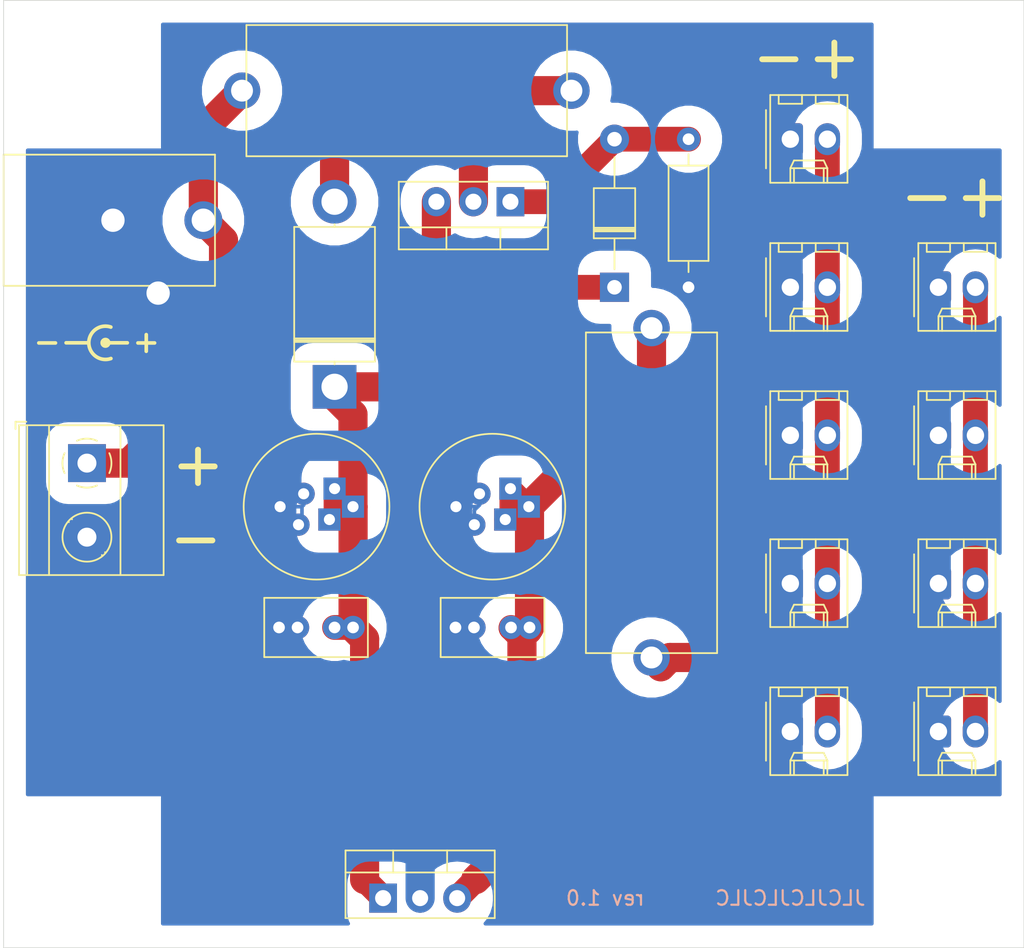
<source format=kicad_pcb>
(kicad_pcb (version 20171130) (host pcbnew "(5.1.7)-1")

  (general
    (thickness 1.6)
    (drawings 12)
    (tracks 114)
    (zones 0)
    (modules 27)
    (nets 8)
  )

  (page A4)
  (layers
    (0 F.Cu signal)
    (31 B.Cu signal)
    (32 B.Adhes user)
    (33 F.Adhes user)
    (34 B.Paste user)
    (35 F.Paste user)
    (36 B.SilkS user)
    (37 F.SilkS user)
    (38 B.Mask user)
    (39 F.Mask user)
    (40 Dwgs.User user)
    (41 Cmts.User user)
    (42 Eco1.User user)
    (43 Eco2.User user hide)
    (44 Edge.Cuts user)
    (45 Margin user)
    (46 B.CrtYd user)
    (47 F.CrtYd user)
    (48 B.Fab user)
    (49 F.Fab user)
  )

  (setup
    (last_trace_width 0.25)
    (user_trace_width 1.5)
    (user_trace_width 1.7)
    (user_trace_width 2)
    (trace_clearance 0.2)
    (zone_clearance 1.5)
    (zone_45_only no)
    (trace_min 0.2)
    (via_size 0.8)
    (via_drill 0.4)
    (via_min_size 0.4)
    (via_min_drill 0.3)
    (uvia_size 0.3)
    (uvia_drill 0.1)
    (uvias_allowed no)
    (uvia_min_size 0.2)
    (uvia_min_drill 0.1)
    (edge_width 0.05)
    (segment_width 0.2)
    (pcb_text_width 0.3)
    (pcb_text_size 1.5 1.5)
    (mod_edge_width 0.12)
    (mod_text_size 1 1)
    (mod_text_width 0.15)
    (pad_size 1.524 1.524)
    (pad_drill 0.762)
    (pad_to_mask_clearance 0.08)
    (solder_mask_min_width 0.254)
    (aux_axis_origin 27.46 27.46)
    (grid_origin 27.46 27.46)
    (visible_elements 7FFFFFFF)
    (pcbplotparams
      (layerselection 0x010f0_ffffffff)
      (usegerberextensions false)
      (usegerberattributes false)
      (usegerberadvancedattributes false)
      (creategerberjobfile false)
      (excludeedgelayer true)
      (linewidth 0.100000)
      (plotframeref false)
      (viasonmask false)
      (mode 1)
      (useauxorigin false)
      (hpglpennumber 1)
      (hpglpenspeed 20)
      (hpglpendiameter 15.000000)
      (psnegative false)
      (psa4output false)
      (plotreference false)
      (plotvalue false)
      (plotinvisibletext false)
      (padsonsilk true)
      (subtractmaskfromsilk false)
      (outputformat 1)
      (mirror false)
      (drillshape 0)
      (scaleselection 1)
      (outputdirectory "../../gerber/Power 2.0/"))
  )

  (net 0 "")
  (net 1 GND)
  (net 2 "Net-(C1-Pad1)")
  (net 3 "Net-(D1-Pad2)")
  (net 4 +5V)
  (net 5 "Net-(D2-Pad2)")
  (net 6 "Net-(C2-Pad1)")
  (net 7 "Net-(F1-Pad2)")

  (net_class Default "This is the default net class."
    (clearance 0.2)
    (trace_width 0.25)
    (via_dia 0.8)
    (via_drill 0.4)
    (uvia_dia 0.3)
    (uvia_drill 0.1)
    (add_net +5V)
    (add_net GND)
    (add_net "Net-(C1-Pad1)")
    (add_net "Net-(C2-Pad1)")
    (add_net "Net-(D1-Pad2)")
    (add_net "Net-(D2-Pad2)")
    (add_net "Net-(F1-Pad2)")
  )

  (module power:Hohlstecker_plus_innen locked (layer F.Cu) (tedit 5FE91583) (tstamp 5FE98D52)
    (at 34.445 50.955)
    (fp_text reference REF** (at 0 2.3) (layer Eco2.User)
      (effects (font (size 1 1) (thickness 0.15)))
    )
    (fp_text value Hohlstecker_plus_innen (at 0.16 3.7) (layer Eco2.User)
      (effects (font (size 1 1) (thickness 0.15)))
    )
    (fp_line (start 0 0) (end 1.5 0) (layer F.SilkS) (width 0.25))
    (fp_circle (center 0 0) (end 0.2 0) (layer F.SilkS) (width 0.3))
    (fp_line (start -2.7 0) (end -1.2 0) (layer F.SilkS) (width 0.25))
    (fp_text user - (at -4 -0.1) (layer F.SilkS)
      (effects (font (size 1.5 1.5) (thickness 0.25)))
    )
    (fp_text user + (at 2.8 -0.1) (layer F.SilkS)
      (effects (font (size 1.5 1.5) (thickness 0.25)))
    )
    (fp_arc (start 0 0) (end 0.37 -1.08) (angle -218.1) (layer F.SilkS) (width 0.25))
  )

  (module Connector_Molex:Molex_KK-254_AE-6410-02A_1x02_P2.54mm_Vertical (layer F.Cu) (tedit 5EA53D3B) (tstamp 5FE98938)
    (at 91.595 77.625)
    (descr "Molex KK-254 Interconnect System, old/engineering part number: AE-6410-02A example for new part number: 22-27-2021, 2 Pins (http://www.molex.com/pdm_docs/sd/022272021_sd.pdf), generated with kicad-footprint-generator")
    (tags "connector Molex KK-254 vertical")
    (path /5FEFFD8A)
    (fp_text reference J5 (at 1.27 -4.12) (layer Eco2.User)
      (effects (font (size 1 1) (thickness 0.15)))
    )
    (fp_text value Conn_01x02 (at 1.27 4.08) (layer Eco2.User)
      (effects (font (size 1 1) (thickness 0.15)))
    )
    (fp_line (start -1.27 -2.92) (end -1.27 2.88) (layer F.Fab) (width 0.1))
    (fp_line (start -1.27 2.88) (end 3.81 2.88) (layer F.Fab) (width 0.1))
    (fp_line (start 3.81 2.88) (end 3.81 -2.92) (layer F.Fab) (width 0.1))
    (fp_line (start 3.81 -2.92) (end -1.27 -2.92) (layer F.Fab) (width 0.1))
    (fp_line (start -1.38 -3.03) (end -1.38 2.99) (layer F.SilkS) (width 0.12))
    (fp_line (start -1.38 2.99) (end 3.92 2.99) (layer F.SilkS) (width 0.12))
    (fp_line (start 3.92 2.99) (end 3.92 -3.03) (layer F.SilkS) (width 0.12))
    (fp_line (start 3.92 -3.03) (end -1.38 -3.03) (layer F.SilkS) (width 0.12))
    (fp_line (start -1.67 -2) (end -1.67 2) (layer F.SilkS) (width 0.12))
    (fp_line (start -1.27 -0.5) (end -0.562893 0) (layer F.Fab) (width 0.1))
    (fp_line (start -0.562893 0) (end -1.27 0.5) (layer F.Fab) (width 0.1))
    (fp_line (start 0 2.99) (end 0 1.99) (layer F.SilkS) (width 0.12))
    (fp_line (start 0 1.99) (end 2.54 1.99) (layer F.SilkS) (width 0.12))
    (fp_line (start 2.54 1.99) (end 2.54 2.99) (layer F.SilkS) (width 0.12))
    (fp_line (start 0 1.99) (end 0.25 1.46) (layer F.SilkS) (width 0.12))
    (fp_line (start 0.25 1.46) (end 2.29 1.46) (layer F.SilkS) (width 0.12))
    (fp_line (start 2.29 1.46) (end 2.54 1.99) (layer F.SilkS) (width 0.12))
    (fp_line (start 0.25 2.99) (end 0.25 1.99) (layer F.SilkS) (width 0.12))
    (fp_line (start 2.29 2.99) (end 2.29 1.99) (layer F.SilkS) (width 0.12))
    (fp_line (start -0.8 -3.03) (end -0.8 -2.43) (layer F.SilkS) (width 0.12))
    (fp_line (start -0.8 -2.43) (end 0.8 -2.43) (layer F.SilkS) (width 0.12))
    (fp_line (start 0.8 -2.43) (end 0.8 -3.03) (layer F.SilkS) (width 0.12))
    (fp_line (start 1.74 -3.03) (end 1.74 -2.43) (layer F.SilkS) (width 0.12))
    (fp_line (start 1.74 -2.43) (end 3.34 -2.43) (layer F.SilkS) (width 0.12))
    (fp_line (start 3.34 -2.43) (end 3.34 -3.03) (layer F.SilkS) (width 0.12))
    (fp_line (start -1.77 -3.42) (end -1.77 3.38) (layer F.CrtYd) (width 0.05))
    (fp_line (start -1.77 3.38) (end 4.31 3.38) (layer F.CrtYd) (width 0.05))
    (fp_line (start 4.31 3.38) (end 4.31 -3.42) (layer F.CrtYd) (width 0.05))
    (fp_line (start 4.31 -3.42) (end -1.77 -3.42) (layer F.CrtYd) (width 0.05))
    (fp_text user %R (at 1.27 -2.22) (layer Eco2.User)
      (effects (font (size 1 1) (thickness 0.15)))
    )
    (pad 2 thru_hole oval (at 2.54 0) (size 1.74 2.19) (drill 1.19) (layers *.Cu *.Mask)
      (net 4 +5V))
    (pad 1 thru_hole roundrect (at 0 0) (size 1.74 2.19) (drill 1.19) (layers *.Cu *.Mask) (roundrect_rratio 0.1436775862068966)
      (net 1 GND))
    (model ${KISYS3DMOD}/Connector_Molex.3dshapes/Molex_KK-254_AE-6410-02A_1x02_P2.54mm_Vertical.wrl
      (at (xyz 0 0 0))
      (scale (xyz 1 1 1))
      (rotate (xyz 0 0 0))
    )
  )

  (module power:CP_2.5_3.5_5 (layer F.Cu) (tedit 5FE90ED7) (tstamp 5FE805FE)
    (at 60.993 62.197 180)
    (path /5FEA200F)
    (fp_text reference C2 (at 0.5 -6) (layer Eco2.User)
      (effects (font (size 1 1) (thickness 0.15)))
    )
    (fp_text value CP (at 0 6.5) (layer Eco2.User)
      (effects (font (size 1 1) (thickness 0.15)))
    )
    (fp_circle (center 0 0) (end 3 -4.5) (layer F.CrtYd) (width 0.12))
    (fp_circle (center 0 0) (end 0 -5) (layer F.SilkS) (width 0.12))
    (fp_text user + (at -3 -2) (layer Eco2.User)
      (effects (font (size 1.3 1.3) (thickness 0.17)))
    )
    (pad 2 thru_hole circle (at 0.8839 0.8839 180) (size 1.524 1.524) (drill 0.762) (layers *.Cu *.Mask)
      (net 1 GND))
    (pad 1 thru_hole rect (at -0.8839 -0.8839 180) (size 1.524 1.524) (drill 0.762) (layers *.Cu *.Mask)
      (net 6 "Net-(C2-Pad1)"))
    (pad 2 thru_hole circle (at 1.237 -1.237 180) (size 1.524 1.524) (drill 0.762) (layers *.Cu *.Mask)
      (net 1 GND))
    (pad 1 thru_hole rect (at -1.237 1.237 180) (size 1.524 1.524) (drill 0.762) (layers *.Cu *.Mask)
      (net 6 "Net-(C2-Pad1)"))
    (pad 2 thru_hole circle (at 2.5 0 180) (size 1.524 1.524) (drill 0.762) (layers *.Cu *.Mask)
      (net 1 GND))
    (pad 1 thru_hole rect (at -2.5 0 180) (size 1.524 1.524) (drill 0.762) (layers *.Cu *.Mask)
      (net 6 "Net-(C2-Pad1)"))
  )

  (module power:CP_2.5_3.5_5 (layer F.Cu) (tedit 5FE90ED7) (tstamp 5FE805EF)
    (at 48.928 62.197 180)
    (path /5FEA17D3)
    (fp_text reference C1 (at 0.5 -6) (layer Eco2.User)
      (effects (font (size 1 1) (thickness 0.15)))
    )
    (fp_text value CP (at 0 6.5) (layer Eco2.User)
      (effects (font (size 1 1) (thickness 0.15)))
    )
    (fp_circle (center 0 0) (end 3 -4.5) (layer F.CrtYd) (width 0.12))
    (fp_circle (center 0 0) (end 0 -5) (layer F.SilkS) (width 0.12))
    (fp_text user + (at -3 -2) (layer Eco2.User)
      (effects (font (size 1.3 1.3) (thickness 0.17)))
    )
    (pad 2 thru_hole circle (at 0.8839 0.8839 180) (size 1.524 1.524) (drill 0.762) (layers *.Cu *.Mask)
      (net 1 GND))
    (pad 1 thru_hole rect (at -0.8839 -0.8839 180) (size 1.524 1.524) (drill 0.762) (layers *.Cu *.Mask)
      (net 2 "Net-(C1-Pad1)"))
    (pad 2 thru_hole circle (at 1.237 -1.237 180) (size 1.524 1.524) (drill 0.762) (layers *.Cu *.Mask)
      (net 1 GND))
    (pad 1 thru_hole rect (at -1.237 1.237 180) (size 1.524 1.524) (drill 0.762) (layers *.Cu *.Mask)
      (net 2 "Net-(C1-Pad1)"))
    (pad 2 thru_hole circle (at 2.5 0 180) (size 1.524 1.524) (drill 0.762) (layers *.Cu *.Mask)
      (net 1 GND))
    (pad 1 thru_hole rect (at -2.5 0 180) (size 1.524 1.524) (drill 0.762) (layers *.Cu *.Mask)
      (net 2 "Net-(C1-Pad1)"))
  )

  (module power:Sicherungshalter (layer F.Cu) (tedit 5FE7D2BB) (tstamp 5FE889AC)
    (at 71.91 72.245 90)
    (path /5FF0265B)
    (fp_text reference F2 (at 1.9 -5.5 90) (layer Eco2.User)
      (effects (font (size 1 1) (thickness 0.15)))
    )
    (fp_text value Fuse (at 6.1 -7.2 90) (layer Eco2.User)
      (effects (font (size 1 1) (thickness 0.15)))
    )
    (fp_line (start 0 4.5) (end 0 -4.5) (layer F.SilkS) (width 0.12))
    (fp_line (start 22 -4.5) (end 22 4.5) (layer F.SilkS) (width 0.12))
    (fp_line (start 0 -4.5) (end 22 -4.5) (layer F.SilkS) (width 0.12))
    (fp_line (start 0 4.5) (end 22 4.5) (layer F.SilkS) (width 0.12))
    (pad 2 thru_hole circle (at 22.3 0 90) (size 2.5 2.5) (drill 1.5) (layers *.Cu *.Mask)
      (net 6 "Net-(C2-Pad1)"))
    (pad 1 thru_hole circle (at -0.3 0 90) (size 2.5 2.5) (drill 1.5) (layers *.Cu *.Mask)
      (net 4 +5V))
  )

  (module power:Sicherungshalter (layer F.Cu) (tedit 5FE7D2BB) (tstamp 5FE889A2)
    (at 66.115 33.655 180)
    (path /5FF07A4C)
    (fp_text reference F1 (at 1.9 -5.5) (layer Eco2.User)
      (effects (font (size 1 1) (thickness 0.15)))
    )
    (fp_text value Fuse (at 6.1 -7.2) (layer Eco2.User)
      (effects (font (size 1 1) (thickness 0.15)))
    )
    (fp_line (start 0 4.5) (end 0 -4.5) (layer F.SilkS) (width 0.12))
    (fp_line (start 22 -4.5) (end 22 4.5) (layer F.SilkS) (width 0.12))
    (fp_line (start 0 -4.5) (end 22 -4.5) (layer F.SilkS) (width 0.12))
    (fp_line (start 0 4.5) (end 22 4.5) (layer F.SilkS) (width 0.12))
    (pad 2 thru_hole circle (at 22.3 0 180) (size 2.5 2.5) (drill 1.5) (layers *.Cu *.Mask)
      (net 7 "Net-(F1-Pad2)"))
    (pad 1 thru_hole circle (at -0.3 0 180) (size 2.5 2.5) (drill 1.5) (layers *.Cu *.Mask)
      (net 5 "Net-(D2-Pad2)"))
  )

  (module power:D_DO-201AE_P12.70mm_Horizontal (layer F.Cu) (tedit 5FE7BCC8) (tstamp 5FE81D46)
    (at 50.165 53.975 90)
    (descr "Diode, DO-201AE series, Axial, Horizontal, pin pitch=12.7mm, , length*diameter=9*5.3mm^2, , http://www.farnell.com/datasheets/529758.pdf")
    (tags "Diode DO-201AE series Axial Horizontal pin pitch 12.7mm  length 9mm diameter 5.3mm")
    (path /5FE8FBD2)
    (fp_text reference D2 (at 6.35 -3.77 90) (layer Eco2.User)
      (effects (font (size 1 1) (thickness 0.15)))
    )
    (fp_text value D_Schottky (at 6.35 3.77 90) (layer Eco2.User)
      (effects (font (size 1 1) (thickness 0.15)))
    )
    (fp_line (start 14.25 -2.9) (end -1.55 -2.9) (layer F.CrtYd) (width 0.05))
    (fp_line (start 14.25 2.9) (end 14.25 -2.9) (layer F.CrtYd) (width 0.05))
    (fp_line (start -1.55 2.9) (end 14.25 2.9) (layer F.CrtYd) (width 0.05))
    (fp_line (start -1.55 -2.9) (end -1.55 2.9) (layer F.CrtYd) (width 0.05))
    (fp_line (start 3.08 -2.77) (end 3.08 2.77) (layer F.SilkS) (width 0.12))
    (fp_line (start 3.32 -2.77) (end 3.32 2.77) (layer F.SilkS) (width 0.12))
    (fp_line (start 3.2 -2.77) (end 3.2 2.77) (layer F.SilkS) (width 0.12))
    (fp_line (start 11.16 0) (end 10.97 0) (layer F.SilkS) (width 0.12))
    (fp_line (start 1.54 0) (end 1.73 0) (layer F.SilkS) (width 0.12))
    (fp_line (start 10.97 -2.77) (end 1.73 -2.77) (layer F.SilkS) (width 0.12))
    (fp_line (start 10.97 2.77) (end 10.97 -2.77) (layer F.SilkS) (width 0.12))
    (fp_line (start 1.73 2.77) (end 10.97 2.77) (layer F.SilkS) (width 0.12))
    (fp_line (start 1.73 -2.77) (end 1.73 2.77) (layer F.SilkS) (width 0.12))
    (fp_line (start 3.1 -2.65) (end 3.1 2.65) (layer F.Fab) (width 0.1))
    (fp_line (start 3.3 -2.65) (end 3.3 2.65) (layer F.Fab) (width 0.1))
    (fp_line (start 3.2 -2.65) (end 3.2 2.65) (layer F.Fab) (width 0.1))
    (fp_line (start 12.7 0) (end 10.85 0) (layer F.Fab) (width 0.1))
    (fp_line (start 0 0) (end 1.85 0) (layer F.Fab) (width 0.1))
    (fp_line (start 10.85 -2.65) (end 1.85 -2.65) (layer F.Fab) (width 0.1))
    (fp_line (start 10.85 2.65) (end 10.85 -2.65) (layer F.Fab) (width 0.1))
    (fp_line (start 1.85 2.65) (end 10.85 2.65) (layer F.Fab) (width 0.1))
    (fp_line (start 1.85 -2.65) (end 1.85 2.65) (layer F.Fab) (width 0.1))
    (fp_text user K (at 0 -2.3 90) (layer Eco2.User)
      (effects (font (size 1 1) (thickness 0.15)))
    )
    (fp_text user K (at 0 -2.3 90) (layer Eco2.User)
      (effects (font (size 1 1) (thickness 0.15)))
    )
    (fp_text user %R (at 7.025 0 90) (layer Eco2.User)
      (effects (font (size 1 1) (thickness 0.15)))
    )
    (pad 2 thru_hole oval (at 12.7 0 90) (size 3 3) (drill 1.8) (layers *.Cu *.Mask)
      (net 5 "Net-(D2-Pad2)"))
    (pad 1 thru_hole rect (at 0 0 90) (size 3 3) (drill 1.8) (layers *.Cu *.Mask)
      (net 2 "Net-(C1-Pad1)"))
    (model ${KISYS3DMOD}/Diode_THT.3dshapes/D_DO-201AE_P12.70mm_Horizontal.wrl
      (at (xyz 0 0 0))
      (scale (xyz 1 1 1))
      (rotate (xyz 0 0 0))
    )
  )

  (module power:MountingHole_3.5mm (layer F.Cu) (tedit 5FE7880C) (tstamp 5FE84FE5)
    (at 92.46 87.46)
    (descr "Mounting Hole 3.5mm, no annular")
    (tags "mounting hole 3.5mm no annular")
    (path /5FEEF863)
    (attr virtual)
    (fp_text reference H4 (at 0 -4.5) (layer Eco2.User)
      (effects (font (size 1 1) (thickness 0.15)))
    )
    (fp_text value MountingHole (at 0 4.5) (layer Eco2.User)
      (effects (font (size 1 1) (thickness 0.15)))
    )
    (fp_circle (center 0 0) (end 4.4 0) (layer Cmts.User) (width 0.15))
    (fp_circle (center 0 0) (end 4.5 0) (layer F.CrtYd) (width 0.05))
    (fp_text user %R (at 0.3 0) (layer Eco2.User)
      (effects (font (size 1 1) (thickness 0.15)))
    )
    (pad 1 np_thru_hole circle (at 0 0) (size 3.5 3.5) (drill 3.5) (layers *.Cu *.Mask))
  )

  (module power:MountingHole_3.5mm (layer F.Cu) (tedit 5FE7880C) (tstamp 5FE8FB1E)
    (at 92.46 32.46)
    (descr "Mounting Hole 3.5mm, no annular")
    (tags "mounting hole 3.5mm no annular")
    (path /5FEEF598)
    (attr virtual)
    (fp_text reference H3 (at 0 -4.5) (layer Eco2.User)
      (effects (font (size 1 1) (thickness 0.15)))
    )
    (fp_text value MountingHole (at 0 4.5) (layer Eco2.User)
      (effects (font (size 1 1) (thickness 0.15)))
    )
    (fp_circle (center 0 0) (end 4.4 0) (layer Cmts.User) (width 0.15))
    (fp_circle (center 0 0) (end 4.5 0) (layer F.CrtYd) (width 0.05))
    (fp_text user %R (at 0.3 0) (layer Eco2.User)
      (effects (font (size 1 1) (thickness 0.15)))
    )
    (pad 1 np_thru_hole circle (at 0 0) (size 3.5 3.5) (drill 3.5) (layers *.Cu *.Mask))
  )

  (module power:MountingHole_3.5mm (layer F.Cu) (tedit 5FE7880C) (tstamp 5FE84FD5)
    (at 32.46 87.46)
    (descr "Mounting Hole 3.5mm, no annular")
    (tags "mounting hole 3.5mm no annular")
    (path /5FEEF2D2)
    (attr virtual)
    (fp_text reference H2 (at 0 -4.5) (layer Eco2.User)
      (effects (font (size 1 1) (thickness 0.15)))
    )
    (fp_text value MountingHole (at 0 4.5) (layer Eco2.User)
      (effects (font (size 1 1) (thickness 0.15)))
    )
    (fp_circle (center 0 0) (end 4.4 0) (layer Cmts.User) (width 0.15))
    (fp_circle (center 0 0) (end 4.5 0) (layer F.CrtYd) (width 0.05))
    (fp_text user %R (at 0.3 0) (layer Eco2.User)
      (effects (font (size 1 1) (thickness 0.15)))
    )
    (pad 1 np_thru_hole circle (at 0 0) (size 3.5 3.5) (drill 3.5) (layers *.Cu *.Mask))
  )

  (module power:MountingHole_3.5mm (layer F.Cu) (tedit 5FE7880C) (tstamp 5FE84FCD)
    (at 32.46 32.46)
    (descr "Mounting Hole 3.5mm, no annular")
    (tags "mounting hole 3.5mm no annular")
    (path /5FEEE80C)
    (attr virtual)
    (fp_text reference H1 (at 0 -4.5) (layer Eco2.User)
      (effects (font (size 1 1) (thickness 0.15)))
    )
    (fp_text value MountingHole (at 0 4.5) (layer Eco2.User)
      (effects (font (size 1 1) (thickness 0.15)))
    )
    (fp_circle (center 0 0) (end 4.4 0) (layer Cmts.User) (width 0.15))
    (fp_circle (center 0 0) (end 4.5 0) (layer F.CrtYd) (width 0.05))
    (fp_text user %R (at 0.3 0) (layer Eco2.User)
      (effects (font (size 1 1) (thickness 0.15)))
    )
    (pad 1 np_thru_hole circle (at 0 0) (size 3.5 3.5) (drill 3.5) (layers *.Cu *.Mask))
  )

  (module Diode_THT:D_T-1_P10.16mm_Horizontal (layer F.Cu) (tedit 5AE50CD5) (tstamp 5FE80647)
    (at 69.37 47.145 90)
    (descr "Diode, T-1 series, Axial, Horizontal, pin pitch=10.16mm, , length*diameter=3.2*2.6mm^2, , http://www.diodes.com/_files/packages/T-1.pdf")
    (tags "Diode T-1 series Axial Horizontal pin pitch 10.16mm  length 3.2mm diameter 2.6mm")
    (path /5FE76C47)
    (fp_text reference D1 (at 5.08 -2.42 90) (layer Eco2.User)
      (effects (font (size 1 1) (thickness 0.15)))
    )
    (fp_text value "BZX 55C15 VIS" (at 5.08 2.42 90) (layer Eco2.User)
      (effects (font (size 1 1) (thickness 0.15)))
    )
    (fp_line (start 11.41 -1.55) (end -1.25 -1.55) (layer F.CrtYd) (width 0.05))
    (fp_line (start 11.41 1.55) (end 11.41 -1.55) (layer F.CrtYd) (width 0.05))
    (fp_line (start -1.25 1.55) (end 11.41 1.55) (layer F.CrtYd) (width 0.05))
    (fp_line (start -1.25 -1.55) (end -1.25 1.55) (layer F.CrtYd) (width 0.05))
    (fp_line (start 3.84 -1.42) (end 3.84 1.42) (layer F.SilkS) (width 0.12))
    (fp_line (start 4.08 -1.42) (end 4.08 1.42) (layer F.SilkS) (width 0.12))
    (fp_line (start 3.96 -1.42) (end 3.96 1.42) (layer F.SilkS) (width 0.12))
    (fp_line (start 8.92 0) (end 6.8 0) (layer F.SilkS) (width 0.12))
    (fp_line (start 1.24 0) (end 3.36 0) (layer F.SilkS) (width 0.12))
    (fp_line (start 6.8 -1.42) (end 3.36 -1.42) (layer F.SilkS) (width 0.12))
    (fp_line (start 6.8 1.42) (end 6.8 -1.42) (layer F.SilkS) (width 0.12))
    (fp_line (start 3.36 1.42) (end 6.8 1.42) (layer F.SilkS) (width 0.12))
    (fp_line (start 3.36 -1.42) (end 3.36 1.42) (layer F.SilkS) (width 0.12))
    (fp_line (start 3.86 -1.3) (end 3.86 1.3) (layer F.Fab) (width 0.1))
    (fp_line (start 4.06 -1.3) (end 4.06 1.3) (layer F.Fab) (width 0.1))
    (fp_line (start 3.96 -1.3) (end 3.96 1.3) (layer F.Fab) (width 0.1))
    (fp_line (start 10.16 0) (end 6.68 0) (layer F.Fab) (width 0.1))
    (fp_line (start 0 0) (end 3.48 0) (layer F.Fab) (width 0.1))
    (fp_line (start 6.68 -1.3) (end 3.48 -1.3) (layer F.Fab) (width 0.1))
    (fp_line (start 6.68 1.3) (end 6.68 -1.3) (layer F.Fab) (width 0.1))
    (fp_line (start 3.48 1.3) (end 6.68 1.3) (layer F.Fab) (width 0.1))
    (fp_line (start 3.48 -1.3) (end 3.48 1.3) (layer F.Fab) (width 0.1))
    (fp_text user K (at 0 -2 90) (layer Eco2.User)
      (effects (font (size 1 1) (thickness 0.15)))
    )
    (fp_text user K (at 0 -2 90) (layer Eco2.User)
      (effects (font (size 1 1) (thickness 0.15)))
    )
    (fp_text user %R (at 5.32 0 90) (layer Eco2.User)
      (effects (font (size 0.64 0.64) (thickness 0.096)))
    )
    (pad 2 thru_hole oval (at 10.16 0 90) (size 2 2) (drill 1) (layers *.Cu *.Mask)
      (net 3 "Net-(D1-Pad2)"))
    (pad 1 thru_hole rect (at 0 0 90) (size 2 2) (drill 1) (layers *.Cu *.Mask)
      (net 2 "Net-(C1-Pad1)"))
    (model ${KISYS3DMOD}/Diode_THT.3dshapes/D_T-1_P10.16mm_Horizontal.wrl
      (at (xyz 0 0 0))
      (scale (xyz 1 1 1))
      (rotate (xyz 0 0 0))
    )
  )

  (module Connector_Molex:Molex_KK-254_AE-6410-02A_1x02_P2.54mm_Vertical (layer F.Cu) (tedit 5EA53D3B) (tstamp 5FE82CC3)
    (at 91.595 47.145)
    (descr "Molex KK-254 Interconnect System, old/engineering part number: AE-6410-02A example for new part number: 22-27-2021, 2 Pins (http://www.molex.com/pdm_docs/sd/022272021_sd.pdf), generated with kicad-footprint-generator")
    (tags "connector Molex KK-254 vertical")
    (path /5FE72D8E)
    (fp_text reference J4 (at 1.27 -4.12) (layer Eco2.User)
      (effects (font (size 1 1) (thickness 0.15)))
    )
    (fp_text value Conn_01x02 (at 1.27 4.08) (layer Eco2.User)
      (effects (font (size 1 1) (thickness 0.15)))
    )
    (fp_line (start -1.27 -2.92) (end -1.27 2.88) (layer F.Fab) (width 0.1))
    (fp_line (start -1.27 2.88) (end 3.81 2.88) (layer F.Fab) (width 0.1))
    (fp_line (start 3.81 2.88) (end 3.81 -2.92) (layer F.Fab) (width 0.1))
    (fp_line (start 3.81 -2.92) (end -1.27 -2.92) (layer F.Fab) (width 0.1))
    (fp_line (start -1.38 -3.03) (end -1.38 2.99) (layer F.SilkS) (width 0.12))
    (fp_line (start -1.38 2.99) (end 3.92 2.99) (layer F.SilkS) (width 0.12))
    (fp_line (start 3.92 2.99) (end 3.92 -3.03) (layer F.SilkS) (width 0.12))
    (fp_line (start 3.92 -3.03) (end -1.38 -3.03) (layer F.SilkS) (width 0.12))
    (fp_line (start -1.67 -2) (end -1.67 2) (layer F.SilkS) (width 0.12))
    (fp_line (start -1.27 -0.5) (end -0.562893 0) (layer F.Fab) (width 0.1))
    (fp_line (start -0.562893 0) (end -1.27 0.5) (layer F.Fab) (width 0.1))
    (fp_line (start 0 2.99) (end 0 1.99) (layer F.SilkS) (width 0.12))
    (fp_line (start 0 1.99) (end 2.54 1.99) (layer F.SilkS) (width 0.12))
    (fp_line (start 2.54 1.99) (end 2.54 2.99) (layer F.SilkS) (width 0.12))
    (fp_line (start 0 1.99) (end 0.25 1.46) (layer F.SilkS) (width 0.12))
    (fp_line (start 0.25 1.46) (end 2.29 1.46) (layer F.SilkS) (width 0.12))
    (fp_line (start 2.29 1.46) (end 2.54 1.99) (layer F.SilkS) (width 0.12))
    (fp_line (start 0.25 2.99) (end 0.25 1.99) (layer F.SilkS) (width 0.12))
    (fp_line (start 2.29 2.99) (end 2.29 1.99) (layer F.SilkS) (width 0.12))
    (fp_line (start -0.8 -3.03) (end -0.8 -2.43) (layer F.SilkS) (width 0.12))
    (fp_line (start -0.8 -2.43) (end 0.8 -2.43) (layer F.SilkS) (width 0.12))
    (fp_line (start 0.8 -2.43) (end 0.8 -3.03) (layer F.SilkS) (width 0.12))
    (fp_line (start 1.74 -3.03) (end 1.74 -2.43) (layer F.SilkS) (width 0.12))
    (fp_line (start 1.74 -2.43) (end 3.34 -2.43) (layer F.SilkS) (width 0.12))
    (fp_line (start 3.34 -2.43) (end 3.34 -3.03) (layer F.SilkS) (width 0.12))
    (fp_line (start -1.77 -3.42) (end -1.77 3.38) (layer F.CrtYd) (width 0.05))
    (fp_line (start -1.77 3.38) (end 4.31 3.38) (layer F.CrtYd) (width 0.05))
    (fp_line (start 4.31 3.38) (end 4.31 -3.42) (layer F.CrtYd) (width 0.05))
    (fp_line (start 4.31 -3.42) (end -1.77 -3.42) (layer F.CrtYd) (width 0.05))
    (fp_text user %R (at 1.27 -2.22) (layer Eco2.User)
      (effects (font (size 1 1) (thickness 0.15)))
    )
    (pad 2 thru_hole oval (at 2.54 0) (size 1.74 2.19) (drill 1.19) (layers *.Cu *.Mask)
      (net 4 +5V))
    (pad 1 thru_hole roundrect (at 0 0) (size 1.74 2.19) (drill 1.19) (layers *.Cu *.Mask) (roundrect_rratio 0.1436775862068966)
      (net 1 GND))
    (model ${KISYS3DMOD}/Connector_Molex.3dshapes/Molex_KK-254_AE-6410-02A_1x02_P2.54mm_Vertical.wrl
      (at (xyz 0 0 0))
      (scale (xyz 1 1 1))
      (rotate (xyz 0 0 0))
    )
  )

  (module Connector_Molex:Molex_KK-254_AE-6410-02A_1x02_P2.54mm_Vertical (layer F.Cu) (tedit 5EA53D3B) (tstamp 5FE82C9F)
    (at 81.435 36.985)
    (descr "Molex KK-254 Interconnect System, old/engineering part number: AE-6410-02A example for new part number: 22-27-2021, 2 Pins (http://www.molex.com/pdm_docs/sd/022272021_sd.pdf), generated with kicad-footprint-generator")
    (tags "connector Molex KK-254 vertical")
    (path /5FE496DD)
    (fp_text reference J3 (at 1.27 -4.12) (layer Eco2.User)
      (effects (font (size 1 1) (thickness 0.15)))
    )
    (fp_text value Conn_01x02 (at 1.27 4.08) (layer Eco2.User)
      (effects (font (size 1 1) (thickness 0.15)))
    )
    (fp_line (start -1.27 -2.92) (end -1.27 2.88) (layer F.Fab) (width 0.1))
    (fp_line (start -1.27 2.88) (end 3.81 2.88) (layer F.Fab) (width 0.1))
    (fp_line (start 3.81 2.88) (end 3.81 -2.92) (layer F.Fab) (width 0.1))
    (fp_line (start 3.81 -2.92) (end -1.27 -2.92) (layer F.Fab) (width 0.1))
    (fp_line (start -1.38 -3.03) (end -1.38 2.99) (layer F.SilkS) (width 0.12))
    (fp_line (start -1.38 2.99) (end 3.92 2.99) (layer F.SilkS) (width 0.12))
    (fp_line (start 3.92 2.99) (end 3.92 -3.03) (layer F.SilkS) (width 0.12))
    (fp_line (start 3.92 -3.03) (end -1.38 -3.03) (layer F.SilkS) (width 0.12))
    (fp_line (start -1.67 -2) (end -1.67 2) (layer F.SilkS) (width 0.12))
    (fp_line (start -1.27 -0.5) (end -0.562893 0) (layer F.Fab) (width 0.1))
    (fp_line (start -0.562893 0) (end -1.27 0.5) (layer F.Fab) (width 0.1))
    (fp_line (start 0 2.99) (end 0 1.99) (layer F.SilkS) (width 0.12))
    (fp_line (start 0 1.99) (end 2.54 1.99) (layer F.SilkS) (width 0.12))
    (fp_line (start 2.54 1.99) (end 2.54 2.99) (layer F.SilkS) (width 0.12))
    (fp_line (start 0 1.99) (end 0.25 1.46) (layer F.SilkS) (width 0.12))
    (fp_line (start 0.25 1.46) (end 2.29 1.46) (layer F.SilkS) (width 0.12))
    (fp_line (start 2.29 1.46) (end 2.54 1.99) (layer F.SilkS) (width 0.12))
    (fp_line (start 0.25 2.99) (end 0.25 1.99) (layer F.SilkS) (width 0.12))
    (fp_line (start 2.29 2.99) (end 2.29 1.99) (layer F.SilkS) (width 0.12))
    (fp_line (start -0.8 -3.03) (end -0.8 -2.43) (layer F.SilkS) (width 0.12))
    (fp_line (start -0.8 -2.43) (end 0.8 -2.43) (layer F.SilkS) (width 0.12))
    (fp_line (start 0.8 -2.43) (end 0.8 -3.03) (layer F.SilkS) (width 0.12))
    (fp_line (start 1.74 -3.03) (end 1.74 -2.43) (layer F.SilkS) (width 0.12))
    (fp_line (start 1.74 -2.43) (end 3.34 -2.43) (layer F.SilkS) (width 0.12))
    (fp_line (start 3.34 -2.43) (end 3.34 -3.03) (layer F.SilkS) (width 0.12))
    (fp_line (start -1.77 -3.42) (end -1.77 3.38) (layer F.CrtYd) (width 0.05))
    (fp_line (start -1.77 3.38) (end 4.31 3.38) (layer F.CrtYd) (width 0.05))
    (fp_line (start 4.31 3.38) (end 4.31 -3.42) (layer F.CrtYd) (width 0.05))
    (fp_line (start 4.31 -3.42) (end -1.77 -3.42) (layer F.CrtYd) (width 0.05))
    (fp_text user %R (at 1.27 -2.22) (layer Eco2.User)
      (effects (font (size 1 1) (thickness 0.15)))
    )
    (pad 2 thru_hole oval (at 2.54 0) (size 1.74 2.19) (drill 1.19) (layers *.Cu *.Mask)
      (net 4 +5V))
    (pad 1 thru_hole roundrect (at 0 0) (size 1.74 2.19) (drill 1.19) (layers *.Cu *.Mask) (roundrect_rratio 0.1436775862068966)
      (net 1 GND))
    (model ${KISYS3DMOD}/Connector_Molex.3dshapes/Molex_KK-254_AE-6410-02A_1x02_P2.54mm_Vertical.wrl
      (at (xyz 0 0 0))
      (scale (xyz 1 1 1))
      (rotate (xyz 0 0 0))
    )
  )

  (module Connector_Molex:Molex_KK-254_AE-6410-02A_1x02_P2.54mm_Vertical (layer F.Cu) (tedit 5EA53D3B) (tstamp 5FE812B1)
    (at 81.435 47.145)
    (descr "Molex KK-254 Interconnect System, old/engineering part number: AE-6410-02A example for new part number: 22-27-2021, 2 Pins (http://www.molex.com/pdm_docs/sd/022272021_sd.pdf), generated with kicad-footprint-generator")
    (tags "connector Molex KK-254 vertical")
    (path /5FECD74B)
    (fp_text reference J12 (at 1.27 -4.12) (layer Eco2.User)
      (effects (font (size 1 1) (thickness 0.15)))
    )
    (fp_text value Conn_01x02 (at 1.27 4.08) (layer Eco2.User)
      (effects (font (size 1 1) (thickness 0.15)))
    )
    (fp_line (start -1.27 -2.92) (end -1.27 2.88) (layer F.Fab) (width 0.1))
    (fp_line (start -1.27 2.88) (end 3.81 2.88) (layer F.Fab) (width 0.1))
    (fp_line (start 3.81 2.88) (end 3.81 -2.92) (layer F.Fab) (width 0.1))
    (fp_line (start 3.81 -2.92) (end -1.27 -2.92) (layer F.Fab) (width 0.1))
    (fp_line (start -1.38 -3.03) (end -1.38 2.99) (layer F.SilkS) (width 0.12))
    (fp_line (start -1.38 2.99) (end 3.92 2.99) (layer F.SilkS) (width 0.12))
    (fp_line (start 3.92 2.99) (end 3.92 -3.03) (layer F.SilkS) (width 0.12))
    (fp_line (start 3.92 -3.03) (end -1.38 -3.03) (layer F.SilkS) (width 0.12))
    (fp_line (start -1.67 -2) (end -1.67 2) (layer F.SilkS) (width 0.12))
    (fp_line (start -1.27 -0.5) (end -0.562893 0) (layer F.Fab) (width 0.1))
    (fp_line (start -0.562893 0) (end -1.27 0.5) (layer F.Fab) (width 0.1))
    (fp_line (start 0 2.99) (end 0 1.99) (layer F.SilkS) (width 0.12))
    (fp_line (start 0 1.99) (end 2.54 1.99) (layer F.SilkS) (width 0.12))
    (fp_line (start 2.54 1.99) (end 2.54 2.99) (layer F.SilkS) (width 0.12))
    (fp_line (start 0 1.99) (end 0.25 1.46) (layer F.SilkS) (width 0.12))
    (fp_line (start 0.25 1.46) (end 2.29 1.46) (layer F.SilkS) (width 0.12))
    (fp_line (start 2.29 1.46) (end 2.54 1.99) (layer F.SilkS) (width 0.12))
    (fp_line (start 0.25 2.99) (end 0.25 1.99) (layer F.SilkS) (width 0.12))
    (fp_line (start 2.29 2.99) (end 2.29 1.99) (layer F.SilkS) (width 0.12))
    (fp_line (start -0.8 -3.03) (end -0.8 -2.43) (layer F.SilkS) (width 0.12))
    (fp_line (start -0.8 -2.43) (end 0.8 -2.43) (layer F.SilkS) (width 0.12))
    (fp_line (start 0.8 -2.43) (end 0.8 -3.03) (layer F.SilkS) (width 0.12))
    (fp_line (start 1.74 -3.03) (end 1.74 -2.43) (layer F.SilkS) (width 0.12))
    (fp_line (start 1.74 -2.43) (end 3.34 -2.43) (layer F.SilkS) (width 0.12))
    (fp_line (start 3.34 -2.43) (end 3.34 -3.03) (layer F.SilkS) (width 0.12))
    (fp_line (start -1.77 -3.42) (end -1.77 3.38) (layer F.CrtYd) (width 0.05))
    (fp_line (start -1.77 3.38) (end 4.31 3.38) (layer F.CrtYd) (width 0.05))
    (fp_line (start 4.31 3.38) (end 4.31 -3.42) (layer F.CrtYd) (width 0.05))
    (fp_line (start 4.31 -3.42) (end -1.77 -3.42) (layer F.CrtYd) (width 0.05))
    (fp_text user %R (at 1.27 -2.22) (layer Eco2.User)
      (effects (font (size 1 1) (thickness 0.15)))
    )
    (pad 2 thru_hole oval (at 2.54 0) (size 1.74 2.19) (drill 1.19) (layers *.Cu *.Mask)
      (net 4 +5V))
    (pad 1 thru_hole roundrect (at 0 0) (size 1.74 2.19) (drill 1.19) (layers *.Cu *.Mask) (roundrect_rratio 0.1436775862068966)
      (net 1 GND))
    (model ${KISYS3DMOD}/Connector_Molex.3dshapes/Molex_KK-254_AE-6410-02A_1x02_P2.54mm_Vertical.wrl
      (at (xyz 0 0 0))
      (scale (xyz 1 1 1))
      (rotate (xyz 0 0 0))
    )
  )

  (module Connector_Molex:Molex_KK-254_AE-6410-02A_1x02_P2.54mm_Vertical (layer F.Cu) (tedit 5EA53D3B) (tstamp 5FE8128D)
    (at 81.435 77.625)
    (descr "Molex KK-254 Interconnect System, old/engineering part number: AE-6410-02A example for new part number: 22-27-2021, 2 Pins (http://www.molex.com/pdm_docs/sd/022272021_sd.pdf), generated with kicad-footprint-generator")
    (tags "connector Molex KK-254 vertical")
    (path /5FECD737)
    (fp_text reference J11 (at 1.27 -4.12) (layer Eco2.User)
      (effects (font (size 1 1) (thickness 0.15)))
    )
    (fp_text value Conn_01x02 (at 1.27 4.08) (layer Eco2.User)
      (effects (font (size 1 1) (thickness 0.15)))
    )
    (fp_line (start -1.27 -2.92) (end -1.27 2.88) (layer F.Fab) (width 0.1))
    (fp_line (start -1.27 2.88) (end 3.81 2.88) (layer F.Fab) (width 0.1))
    (fp_line (start 3.81 2.88) (end 3.81 -2.92) (layer F.Fab) (width 0.1))
    (fp_line (start 3.81 -2.92) (end -1.27 -2.92) (layer F.Fab) (width 0.1))
    (fp_line (start -1.38 -3.03) (end -1.38 2.99) (layer F.SilkS) (width 0.12))
    (fp_line (start -1.38 2.99) (end 3.92 2.99) (layer F.SilkS) (width 0.12))
    (fp_line (start 3.92 2.99) (end 3.92 -3.03) (layer F.SilkS) (width 0.12))
    (fp_line (start 3.92 -3.03) (end -1.38 -3.03) (layer F.SilkS) (width 0.12))
    (fp_line (start -1.67 -2) (end -1.67 2) (layer F.SilkS) (width 0.12))
    (fp_line (start -1.27 -0.5) (end -0.562893 0) (layer F.Fab) (width 0.1))
    (fp_line (start -0.562893 0) (end -1.27 0.5) (layer F.Fab) (width 0.1))
    (fp_line (start 0 2.99) (end 0 1.99) (layer F.SilkS) (width 0.12))
    (fp_line (start 0 1.99) (end 2.54 1.99) (layer F.SilkS) (width 0.12))
    (fp_line (start 2.54 1.99) (end 2.54 2.99) (layer F.SilkS) (width 0.12))
    (fp_line (start 0 1.99) (end 0.25 1.46) (layer F.SilkS) (width 0.12))
    (fp_line (start 0.25 1.46) (end 2.29 1.46) (layer F.SilkS) (width 0.12))
    (fp_line (start 2.29 1.46) (end 2.54 1.99) (layer F.SilkS) (width 0.12))
    (fp_line (start 0.25 2.99) (end 0.25 1.99) (layer F.SilkS) (width 0.12))
    (fp_line (start 2.29 2.99) (end 2.29 1.99) (layer F.SilkS) (width 0.12))
    (fp_line (start -0.8 -3.03) (end -0.8 -2.43) (layer F.SilkS) (width 0.12))
    (fp_line (start -0.8 -2.43) (end 0.8 -2.43) (layer F.SilkS) (width 0.12))
    (fp_line (start 0.8 -2.43) (end 0.8 -3.03) (layer F.SilkS) (width 0.12))
    (fp_line (start 1.74 -3.03) (end 1.74 -2.43) (layer F.SilkS) (width 0.12))
    (fp_line (start 1.74 -2.43) (end 3.34 -2.43) (layer F.SilkS) (width 0.12))
    (fp_line (start 3.34 -2.43) (end 3.34 -3.03) (layer F.SilkS) (width 0.12))
    (fp_line (start -1.77 -3.42) (end -1.77 3.38) (layer F.CrtYd) (width 0.05))
    (fp_line (start -1.77 3.38) (end 4.31 3.38) (layer F.CrtYd) (width 0.05))
    (fp_line (start 4.31 3.38) (end 4.31 -3.42) (layer F.CrtYd) (width 0.05))
    (fp_line (start 4.31 -3.42) (end -1.77 -3.42) (layer F.CrtYd) (width 0.05))
    (fp_text user %R (at 1.27 -2.22) (layer Eco2.User)
      (effects (font (size 1 1) (thickness 0.15)))
    )
    (pad 2 thru_hole oval (at 2.54 0) (size 1.74 2.19) (drill 1.19) (layers *.Cu *.Mask)
      (net 4 +5V))
    (pad 1 thru_hole roundrect (at 0 0) (size 1.74 2.19) (drill 1.19) (layers *.Cu *.Mask) (roundrect_rratio 0.1436775862068966)
      (net 1 GND))
    (model ${KISYS3DMOD}/Connector_Molex.3dshapes/Molex_KK-254_AE-6410-02A_1x02_P2.54mm_Vertical.wrl
      (at (xyz 0 0 0))
      (scale (xyz 1 1 1))
      (rotate (xyz 0 0 0))
    )
  )

  (module Connector_Molex:Molex_KK-254_AE-6410-02A_1x02_P2.54mm_Vertical (layer F.Cu) (tedit 5EA53D3B) (tstamp 5FE81269)
    (at 81.435 57.305)
    (descr "Molex KK-254 Interconnect System, old/engineering part number: AE-6410-02A example for new part number: 22-27-2021, 2 Pins (http://www.molex.com/pdm_docs/sd/022272021_sd.pdf), generated with kicad-footprint-generator")
    (tags "connector Molex KK-254 vertical")
    (path /5FECD71B)
    (fp_text reference J10 (at 1.27 -4.12) (layer Eco2.User)
      (effects (font (size 1 1) (thickness 0.15)))
    )
    (fp_text value Conn_01x02 (at 1.27 4.08) (layer Eco2.User)
      (effects (font (size 1 1) (thickness 0.15)))
    )
    (fp_line (start -1.27 -2.92) (end -1.27 2.88) (layer F.Fab) (width 0.1))
    (fp_line (start -1.27 2.88) (end 3.81 2.88) (layer F.Fab) (width 0.1))
    (fp_line (start 3.81 2.88) (end 3.81 -2.92) (layer F.Fab) (width 0.1))
    (fp_line (start 3.81 -2.92) (end -1.27 -2.92) (layer F.Fab) (width 0.1))
    (fp_line (start -1.38 -3.03) (end -1.38 2.99) (layer F.SilkS) (width 0.12))
    (fp_line (start -1.38 2.99) (end 3.92 2.99) (layer F.SilkS) (width 0.12))
    (fp_line (start 3.92 2.99) (end 3.92 -3.03) (layer F.SilkS) (width 0.12))
    (fp_line (start 3.92 -3.03) (end -1.38 -3.03) (layer F.SilkS) (width 0.12))
    (fp_line (start -1.67 -2) (end -1.67 2) (layer F.SilkS) (width 0.12))
    (fp_line (start -1.27 -0.5) (end -0.562893 0) (layer F.Fab) (width 0.1))
    (fp_line (start -0.562893 0) (end -1.27 0.5) (layer F.Fab) (width 0.1))
    (fp_line (start 0 2.99) (end 0 1.99) (layer F.SilkS) (width 0.12))
    (fp_line (start 0 1.99) (end 2.54 1.99) (layer F.SilkS) (width 0.12))
    (fp_line (start 2.54 1.99) (end 2.54 2.99) (layer F.SilkS) (width 0.12))
    (fp_line (start 0 1.99) (end 0.25 1.46) (layer F.SilkS) (width 0.12))
    (fp_line (start 0.25 1.46) (end 2.29 1.46) (layer F.SilkS) (width 0.12))
    (fp_line (start 2.29 1.46) (end 2.54 1.99) (layer F.SilkS) (width 0.12))
    (fp_line (start 0.25 2.99) (end 0.25 1.99) (layer F.SilkS) (width 0.12))
    (fp_line (start 2.29 2.99) (end 2.29 1.99) (layer F.SilkS) (width 0.12))
    (fp_line (start -0.8 -3.03) (end -0.8 -2.43) (layer F.SilkS) (width 0.12))
    (fp_line (start -0.8 -2.43) (end 0.8 -2.43) (layer F.SilkS) (width 0.12))
    (fp_line (start 0.8 -2.43) (end 0.8 -3.03) (layer F.SilkS) (width 0.12))
    (fp_line (start 1.74 -3.03) (end 1.74 -2.43) (layer F.SilkS) (width 0.12))
    (fp_line (start 1.74 -2.43) (end 3.34 -2.43) (layer F.SilkS) (width 0.12))
    (fp_line (start 3.34 -2.43) (end 3.34 -3.03) (layer F.SilkS) (width 0.12))
    (fp_line (start -1.77 -3.42) (end -1.77 3.38) (layer F.CrtYd) (width 0.05))
    (fp_line (start -1.77 3.38) (end 4.31 3.38) (layer F.CrtYd) (width 0.05))
    (fp_line (start 4.31 3.38) (end 4.31 -3.42) (layer F.CrtYd) (width 0.05))
    (fp_line (start 4.31 -3.42) (end -1.77 -3.42) (layer F.CrtYd) (width 0.05))
    (fp_text user %R (at 1.27 -2.22) (layer Eco2.User)
      (effects (font (size 1 1) (thickness 0.15)))
    )
    (pad 2 thru_hole oval (at 2.54 0) (size 1.74 2.19) (drill 1.19) (layers *.Cu *.Mask)
      (net 4 +5V))
    (pad 1 thru_hole roundrect (at 0 0) (size 1.74 2.19) (drill 1.19) (layers *.Cu *.Mask) (roundrect_rratio 0.1436775862068966)
      (net 1 GND))
    (model ${KISYS3DMOD}/Connector_Molex.3dshapes/Molex_KK-254_AE-6410-02A_1x02_P2.54mm_Vertical.wrl
      (at (xyz 0 0 0))
      (scale (xyz 1 1 1))
      (rotate (xyz 0 0 0))
    )
  )

  (module Connector_Molex:Molex_KK-254_AE-6410-02A_1x02_P2.54mm_Vertical (layer F.Cu) (tedit 5EA53D3B) (tstamp 5FE81245)
    (at 91.595 67.465)
    (descr "Molex KK-254 Interconnect System, old/engineering part number: AE-6410-02A example for new part number: 22-27-2021, 2 Pins (http://www.molex.com/pdm_docs/sd/022272021_sd.pdf), generated with kicad-footprint-generator")
    (tags "connector Molex KK-254 vertical")
    (path /5FECD70F)
    (fp_text reference J9 (at 1.27 -4.12) (layer Eco2.User)
      (effects (font (size 1 1) (thickness 0.15)))
    )
    (fp_text value Conn_01x02 (at 1.27 4.08) (layer Eco2.User)
      (effects (font (size 1 1) (thickness 0.15)))
    )
    (fp_line (start -1.27 -2.92) (end -1.27 2.88) (layer F.Fab) (width 0.1))
    (fp_line (start -1.27 2.88) (end 3.81 2.88) (layer F.Fab) (width 0.1))
    (fp_line (start 3.81 2.88) (end 3.81 -2.92) (layer F.Fab) (width 0.1))
    (fp_line (start 3.81 -2.92) (end -1.27 -2.92) (layer F.Fab) (width 0.1))
    (fp_line (start -1.38 -3.03) (end -1.38 2.99) (layer F.SilkS) (width 0.12))
    (fp_line (start -1.38 2.99) (end 3.92 2.99) (layer F.SilkS) (width 0.12))
    (fp_line (start 3.92 2.99) (end 3.92 -3.03) (layer F.SilkS) (width 0.12))
    (fp_line (start 3.92 -3.03) (end -1.38 -3.03) (layer F.SilkS) (width 0.12))
    (fp_line (start -1.67 -2) (end -1.67 2) (layer F.SilkS) (width 0.12))
    (fp_line (start -1.27 -0.5) (end -0.562893 0) (layer F.Fab) (width 0.1))
    (fp_line (start -0.562893 0) (end -1.27 0.5) (layer F.Fab) (width 0.1))
    (fp_line (start 0 2.99) (end 0 1.99) (layer F.SilkS) (width 0.12))
    (fp_line (start 0 1.99) (end 2.54 1.99) (layer F.SilkS) (width 0.12))
    (fp_line (start 2.54 1.99) (end 2.54 2.99) (layer F.SilkS) (width 0.12))
    (fp_line (start 0 1.99) (end 0.25 1.46) (layer F.SilkS) (width 0.12))
    (fp_line (start 0.25 1.46) (end 2.29 1.46) (layer F.SilkS) (width 0.12))
    (fp_line (start 2.29 1.46) (end 2.54 1.99) (layer F.SilkS) (width 0.12))
    (fp_line (start 0.25 2.99) (end 0.25 1.99) (layer F.SilkS) (width 0.12))
    (fp_line (start 2.29 2.99) (end 2.29 1.99) (layer F.SilkS) (width 0.12))
    (fp_line (start -0.8 -3.03) (end -0.8 -2.43) (layer F.SilkS) (width 0.12))
    (fp_line (start -0.8 -2.43) (end 0.8 -2.43) (layer F.SilkS) (width 0.12))
    (fp_line (start 0.8 -2.43) (end 0.8 -3.03) (layer F.SilkS) (width 0.12))
    (fp_line (start 1.74 -3.03) (end 1.74 -2.43) (layer F.SilkS) (width 0.12))
    (fp_line (start 1.74 -2.43) (end 3.34 -2.43) (layer F.SilkS) (width 0.12))
    (fp_line (start 3.34 -2.43) (end 3.34 -3.03) (layer F.SilkS) (width 0.12))
    (fp_line (start -1.77 -3.42) (end -1.77 3.38) (layer F.CrtYd) (width 0.05))
    (fp_line (start -1.77 3.38) (end 4.31 3.38) (layer F.CrtYd) (width 0.05))
    (fp_line (start 4.31 3.38) (end 4.31 -3.42) (layer F.CrtYd) (width 0.05))
    (fp_line (start 4.31 -3.42) (end -1.77 -3.42) (layer F.CrtYd) (width 0.05))
    (fp_text user %R (at 1.27 -2.22) (layer Eco2.User)
      (effects (font (size 1 1) (thickness 0.15)))
    )
    (pad 2 thru_hole oval (at 2.54 0) (size 1.74 2.19) (drill 1.19) (layers *.Cu *.Mask)
      (net 4 +5V))
    (pad 1 thru_hole roundrect (at 0 0) (size 1.74 2.19) (drill 1.19) (layers *.Cu *.Mask) (roundrect_rratio 0.1436775862068966)
      (net 1 GND))
    (model ${KISYS3DMOD}/Connector_Molex.3dshapes/Molex_KK-254_AE-6410-02A_1x02_P2.54mm_Vertical.wrl
      (at (xyz 0 0 0))
      (scale (xyz 1 1 1))
      (rotate (xyz 0 0 0))
    )
  )

  (module Connector_Molex:Molex_KK-254_AE-6410-02A_1x02_P2.54mm_Vertical (layer F.Cu) (tedit 5EA53D3B) (tstamp 5FE81221)
    (at 91.595 57.305)
    (descr "Molex KK-254 Interconnect System, old/engineering part number: AE-6410-02A example for new part number: 22-27-2021, 2 Pins (http://www.molex.com/pdm_docs/sd/022272021_sd.pdf), generated with kicad-footprint-generator")
    (tags "connector Molex KK-254 vertical")
    (path /5FEB10A9)
    (fp_text reference J8 (at 1.27 -4.12) (layer Eco2.User)
      (effects (font (size 1 1) (thickness 0.15)))
    )
    (fp_text value Conn_01x02 (at 1.27 4.08) (layer Eco2.User)
      (effects (font (size 1 1) (thickness 0.15)))
    )
    (fp_line (start -1.27 -2.92) (end -1.27 2.88) (layer F.Fab) (width 0.1))
    (fp_line (start -1.27 2.88) (end 3.81 2.88) (layer F.Fab) (width 0.1))
    (fp_line (start 3.81 2.88) (end 3.81 -2.92) (layer F.Fab) (width 0.1))
    (fp_line (start 3.81 -2.92) (end -1.27 -2.92) (layer F.Fab) (width 0.1))
    (fp_line (start -1.38 -3.03) (end -1.38 2.99) (layer F.SilkS) (width 0.12))
    (fp_line (start -1.38 2.99) (end 3.92 2.99) (layer F.SilkS) (width 0.12))
    (fp_line (start 3.92 2.99) (end 3.92 -3.03) (layer F.SilkS) (width 0.12))
    (fp_line (start 3.92 -3.03) (end -1.38 -3.03) (layer F.SilkS) (width 0.12))
    (fp_line (start -1.67 -2) (end -1.67 2) (layer F.SilkS) (width 0.12))
    (fp_line (start -1.27 -0.5) (end -0.562893 0) (layer F.Fab) (width 0.1))
    (fp_line (start -0.562893 0) (end -1.27 0.5) (layer F.Fab) (width 0.1))
    (fp_line (start 0 2.99) (end 0 1.99) (layer F.SilkS) (width 0.12))
    (fp_line (start 0 1.99) (end 2.54 1.99) (layer F.SilkS) (width 0.12))
    (fp_line (start 2.54 1.99) (end 2.54 2.99) (layer F.SilkS) (width 0.12))
    (fp_line (start 0 1.99) (end 0.25 1.46) (layer F.SilkS) (width 0.12))
    (fp_line (start 0.25 1.46) (end 2.29 1.46) (layer F.SilkS) (width 0.12))
    (fp_line (start 2.29 1.46) (end 2.54 1.99) (layer F.SilkS) (width 0.12))
    (fp_line (start 0.25 2.99) (end 0.25 1.99) (layer F.SilkS) (width 0.12))
    (fp_line (start 2.29 2.99) (end 2.29 1.99) (layer F.SilkS) (width 0.12))
    (fp_line (start -0.8 -3.03) (end -0.8 -2.43) (layer F.SilkS) (width 0.12))
    (fp_line (start -0.8 -2.43) (end 0.8 -2.43) (layer F.SilkS) (width 0.12))
    (fp_line (start 0.8 -2.43) (end 0.8 -3.03) (layer F.SilkS) (width 0.12))
    (fp_line (start 1.74 -3.03) (end 1.74 -2.43) (layer F.SilkS) (width 0.12))
    (fp_line (start 1.74 -2.43) (end 3.34 -2.43) (layer F.SilkS) (width 0.12))
    (fp_line (start 3.34 -2.43) (end 3.34 -3.03) (layer F.SilkS) (width 0.12))
    (fp_line (start -1.77 -3.42) (end -1.77 3.38) (layer F.CrtYd) (width 0.05))
    (fp_line (start -1.77 3.38) (end 4.31 3.38) (layer F.CrtYd) (width 0.05))
    (fp_line (start 4.31 3.38) (end 4.31 -3.42) (layer F.CrtYd) (width 0.05))
    (fp_line (start 4.31 -3.42) (end -1.77 -3.42) (layer F.CrtYd) (width 0.05))
    (fp_text user %R (at 1.27 -2.22) (layer Eco2.User)
      (effects (font (size 1 1) (thickness 0.15)))
    )
    (pad 2 thru_hole oval (at 2.54 0) (size 1.74 2.19) (drill 1.19) (layers *.Cu *.Mask)
      (net 4 +5V))
    (pad 1 thru_hole roundrect (at 0 0) (size 1.74 2.19) (drill 1.19) (layers *.Cu *.Mask) (roundrect_rratio 0.1436775862068966)
      (net 1 GND))
    (model ${KISYS3DMOD}/Connector_Molex.3dshapes/Molex_KK-254_AE-6410-02A_1x02_P2.54mm_Vertical.wrl
      (at (xyz 0 0 0))
      (scale (xyz 1 1 1))
      (rotate (xyz 0 0 0))
    )
  )

  (module Connector_Molex:Molex_KK-254_AE-6410-02A_1x02_P2.54mm_Vertical (layer F.Cu) (tedit 5EA53D3B) (tstamp 5FE811FD)
    (at 81.435 67.465)
    (descr "Molex KK-254 Interconnect System, old/engineering part number: AE-6410-02A example for new part number: 22-27-2021, 2 Pins (http://www.molex.com/pdm_docs/sd/022272021_sd.pdf), generated with kicad-footprint-generator")
    (tags "connector Molex KK-254 vertical")
    (path /5FEAFCD2)
    (fp_text reference J7 (at 1.27 -4.12) (layer Eco2.User)
      (effects (font (size 1 1) (thickness 0.15)))
    )
    (fp_text value Conn_01x02 (at 1.27 4.08) (layer Eco2.User)
      (effects (font (size 1 1) (thickness 0.15)))
    )
    (fp_line (start -1.27 -2.92) (end -1.27 2.88) (layer F.Fab) (width 0.1))
    (fp_line (start -1.27 2.88) (end 3.81 2.88) (layer F.Fab) (width 0.1))
    (fp_line (start 3.81 2.88) (end 3.81 -2.92) (layer F.Fab) (width 0.1))
    (fp_line (start 3.81 -2.92) (end -1.27 -2.92) (layer F.Fab) (width 0.1))
    (fp_line (start -1.38 -3.03) (end -1.38 2.99) (layer F.SilkS) (width 0.12))
    (fp_line (start -1.38 2.99) (end 3.92 2.99) (layer F.SilkS) (width 0.12))
    (fp_line (start 3.92 2.99) (end 3.92 -3.03) (layer F.SilkS) (width 0.12))
    (fp_line (start 3.92 -3.03) (end -1.38 -3.03) (layer F.SilkS) (width 0.12))
    (fp_line (start -1.67 -2) (end -1.67 2) (layer F.SilkS) (width 0.12))
    (fp_line (start -1.27 -0.5) (end -0.562893 0) (layer F.Fab) (width 0.1))
    (fp_line (start -0.562893 0) (end -1.27 0.5) (layer F.Fab) (width 0.1))
    (fp_line (start 0 2.99) (end 0 1.99) (layer F.SilkS) (width 0.12))
    (fp_line (start 0 1.99) (end 2.54 1.99) (layer F.SilkS) (width 0.12))
    (fp_line (start 2.54 1.99) (end 2.54 2.99) (layer F.SilkS) (width 0.12))
    (fp_line (start 0 1.99) (end 0.25 1.46) (layer F.SilkS) (width 0.12))
    (fp_line (start 0.25 1.46) (end 2.29 1.46) (layer F.SilkS) (width 0.12))
    (fp_line (start 2.29 1.46) (end 2.54 1.99) (layer F.SilkS) (width 0.12))
    (fp_line (start 0.25 2.99) (end 0.25 1.99) (layer F.SilkS) (width 0.12))
    (fp_line (start 2.29 2.99) (end 2.29 1.99) (layer F.SilkS) (width 0.12))
    (fp_line (start -0.8 -3.03) (end -0.8 -2.43) (layer F.SilkS) (width 0.12))
    (fp_line (start -0.8 -2.43) (end 0.8 -2.43) (layer F.SilkS) (width 0.12))
    (fp_line (start 0.8 -2.43) (end 0.8 -3.03) (layer F.SilkS) (width 0.12))
    (fp_line (start 1.74 -3.03) (end 1.74 -2.43) (layer F.SilkS) (width 0.12))
    (fp_line (start 1.74 -2.43) (end 3.34 -2.43) (layer F.SilkS) (width 0.12))
    (fp_line (start 3.34 -2.43) (end 3.34 -3.03) (layer F.SilkS) (width 0.12))
    (fp_line (start -1.77 -3.42) (end -1.77 3.38) (layer F.CrtYd) (width 0.05))
    (fp_line (start -1.77 3.38) (end 4.31 3.38) (layer F.CrtYd) (width 0.05))
    (fp_line (start 4.31 3.38) (end 4.31 -3.42) (layer F.CrtYd) (width 0.05))
    (fp_line (start 4.31 -3.42) (end -1.77 -3.42) (layer F.CrtYd) (width 0.05))
    (fp_text user %R (at 1.27 -2.22) (layer Eco2.User)
      (effects (font (size 1 1) (thickness 0.15)))
    )
    (pad 2 thru_hole oval (at 2.54 0) (size 1.74 2.19) (drill 1.19) (layers *.Cu *.Mask)
      (net 4 +5V))
    (pad 1 thru_hole roundrect (at 0 0) (size 1.74 2.19) (drill 1.19) (layers *.Cu *.Mask) (roundrect_rratio 0.1436775862068966)
      (net 1 GND))
    (model ${KISYS3DMOD}/Connector_Molex.3dshapes/Molex_KK-254_AE-6410-02A_1x02_P2.54mm_Vertical.wrl
      (at (xyz 0 0 0))
      (scale (xyz 1 1 1))
      (rotate (xyz 0 0 0))
    )
  )

  (module Package_TO_SOT_THT:TO-220-3_Vertical (layer F.Cu) (tedit 5AC8BA0D) (tstamp 5FE80764)
    (at 53.495 89.055)
    (descr "TO-220-3, Vertical, RM 2.54mm, see https://www.vishay.com/docs/66542/to-220-1.pdf")
    (tags "TO-220-3 Vertical RM 2.54mm")
    (path /5FE491E9)
    (fp_text reference U1 (at 2.54 -4.27) (layer Eco2.User)
      (effects (font (size 1 1) (thickness 0.15)))
    )
    (fp_text value L7805 (at 2.54 2.5) (layer Eco2.User)
      (effects (font (size 1 1) (thickness 0.15)))
    )
    (fp_line (start -2.46 -3.15) (end -2.46 1.25) (layer F.Fab) (width 0.1))
    (fp_line (start -2.46 1.25) (end 7.54 1.25) (layer F.Fab) (width 0.1))
    (fp_line (start 7.54 1.25) (end 7.54 -3.15) (layer F.Fab) (width 0.1))
    (fp_line (start 7.54 -3.15) (end -2.46 -3.15) (layer F.Fab) (width 0.1))
    (fp_line (start -2.46 -1.88) (end 7.54 -1.88) (layer F.Fab) (width 0.1))
    (fp_line (start 0.69 -3.15) (end 0.69 -1.88) (layer F.Fab) (width 0.1))
    (fp_line (start 4.39 -3.15) (end 4.39 -1.88) (layer F.Fab) (width 0.1))
    (fp_line (start -2.58 -3.27) (end 7.66 -3.27) (layer F.SilkS) (width 0.12))
    (fp_line (start -2.58 1.371) (end 7.66 1.371) (layer F.SilkS) (width 0.12))
    (fp_line (start -2.58 -3.27) (end -2.58 1.371) (layer F.SilkS) (width 0.12))
    (fp_line (start 7.66 -3.27) (end 7.66 1.371) (layer F.SilkS) (width 0.12))
    (fp_line (start -2.58 -1.76) (end 7.66 -1.76) (layer F.SilkS) (width 0.12))
    (fp_line (start 0.69 -3.27) (end 0.69 -1.76) (layer F.SilkS) (width 0.12))
    (fp_line (start 4.391 -3.27) (end 4.391 -1.76) (layer F.SilkS) (width 0.12))
    (fp_line (start -2.71 -3.4) (end -2.71 1.51) (layer F.CrtYd) (width 0.05))
    (fp_line (start -2.71 1.51) (end 7.79 1.51) (layer F.CrtYd) (width 0.05))
    (fp_line (start 7.79 1.51) (end 7.79 -3.4) (layer F.CrtYd) (width 0.05))
    (fp_line (start 7.79 -3.4) (end -2.71 -3.4) (layer F.CrtYd) (width 0.05))
    (fp_text user %R (at 2.54 -4.27) (layer Eco2.User)
      (effects (font (size 1 1) (thickness 0.15)))
    )
    (pad 3 thru_hole oval (at 5.08 0) (size 1.905 2) (drill 1.1) (layers *.Cu *.Mask)
      (net 6 "Net-(C2-Pad1)"))
    (pad 2 thru_hole oval (at 2.54 0) (size 1.905 2) (drill 1.1) (layers *.Cu *.Mask)
      (net 1 GND))
    (pad 1 thru_hole rect (at 0 0) (size 1.905 2) (drill 1.1) (layers *.Cu *.Mask)
      (net 2 "Net-(C1-Pad1)"))
    (model ${KISYS3DMOD}/Package_TO_SOT_THT.3dshapes/TO-220-3_Vertical.wrl
      (at (xyz 0 0 0))
      (scale (xyz 1 1 1))
      (rotate (xyz 0 0 0))
    )
  )

  (module Resistor_THT:R_Axial_DIN0207_L6.3mm_D2.5mm_P10.16mm_Horizontal (layer F.Cu) (tedit 5AE5139B) (tstamp 5FE8074A)
    (at 74.45 36.985 270)
    (descr "Resistor, Axial_DIN0207 series, Axial, Horizontal, pin pitch=10.16mm, 0.25W = 1/4W, length*diameter=6.3*2.5mm^2, http://cdn-reichelt.de/documents/datenblatt/B400/1_4W%23YAG.pdf")
    (tags "Resistor Axial_DIN0207 series Axial Horizontal pin pitch 10.16mm 0.25W = 1/4W length 6.3mm diameter 2.5mm")
    (path /5FE74FA4)
    (fp_text reference R1 (at 5.08 -2.37 90) (layer Eco2.User)
      (effects (font (size 1 1) (thickness 0.15)))
    )
    (fp_text value 300k (at 5.08 2.37 90) (layer Eco2.User)
      (effects (font (size 1 1) (thickness 0.15)))
    )
    (fp_line (start 1.93 -1.25) (end 1.93 1.25) (layer F.Fab) (width 0.1))
    (fp_line (start 1.93 1.25) (end 8.23 1.25) (layer F.Fab) (width 0.1))
    (fp_line (start 8.23 1.25) (end 8.23 -1.25) (layer F.Fab) (width 0.1))
    (fp_line (start 8.23 -1.25) (end 1.93 -1.25) (layer F.Fab) (width 0.1))
    (fp_line (start 0 0) (end 1.93 0) (layer F.Fab) (width 0.1))
    (fp_line (start 10.16 0) (end 8.23 0) (layer F.Fab) (width 0.1))
    (fp_line (start 1.81 -1.37) (end 1.81 1.37) (layer F.SilkS) (width 0.12))
    (fp_line (start 1.81 1.37) (end 8.35 1.37) (layer F.SilkS) (width 0.12))
    (fp_line (start 8.35 1.37) (end 8.35 -1.37) (layer F.SilkS) (width 0.12))
    (fp_line (start 8.35 -1.37) (end 1.81 -1.37) (layer F.SilkS) (width 0.12))
    (fp_line (start 1.04 0) (end 1.81 0) (layer F.SilkS) (width 0.12))
    (fp_line (start 9.12 0) (end 8.35 0) (layer F.SilkS) (width 0.12))
    (fp_line (start -1.05 -1.5) (end -1.05 1.5) (layer F.CrtYd) (width 0.05))
    (fp_line (start -1.05 1.5) (end 11.21 1.5) (layer F.CrtYd) (width 0.05))
    (fp_line (start 11.21 1.5) (end 11.21 -1.5) (layer F.CrtYd) (width 0.05))
    (fp_line (start 11.21 -1.5) (end -1.05 -1.5) (layer F.CrtYd) (width 0.05))
    (fp_text user %R (at 5.08 0 90) (layer Eco2.User)
      (effects (font (size 1 1) (thickness 0.15)))
    )
    (pad 2 thru_hole oval (at 10.16 0 270) (size 1.6 1.6) (drill 0.8) (layers *.Cu *.Mask)
      (net 1 GND))
    (pad 1 thru_hole circle (at 0 0 270) (size 1.6 1.6) (drill 0.8) (layers *.Cu *.Mask)
      (net 3 "Net-(D1-Pad2)"))
    (model ${KISYS3DMOD}/Resistor_THT.3dshapes/R_Axial_DIN0207_L6.3mm_D2.5mm_P10.16mm_Horizontal.wrl
      (at (xyz 0 0 0))
      (scale (xyz 1 1 1))
      (rotate (xyz 0 0 0))
    )
  )

  (module Package_TO_SOT_THT:TO-220-3_Vertical (layer F.Cu) (tedit 5AC8BA0D) (tstamp 5FE80733)
    (at 62.23 41.275 180)
    (descr "TO-220-3, Vertical, RM 2.54mm, see https://www.vishay.com/docs/66542/to-220-1.pdf")
    (tags "TO-220-3 Vertical RM 2.54mm")
    (path /5FE6C9CA)
    (fp_text reference Q1 (at 2.54 -4.27) (layer Eco2.User)
      (effects (font (size 1 1) (thickness 0.15)))
    )
    (fp_text value IRF9530 (at 2.54 2.5) (layer Eco2.User)
      (effects (font (size 1 1) (thickness 0.15)))
    )
    (fp_line (start -2.46 -3.15) (end -2.46 1.25) (layer F.Fab) (width 0.1))
    (fp_line (start -2.46 1.25) (end 7.54 1.25) (layer F.Fab) (width 0.1))
    (fp_line (start 7.54 1.25) (end 7.54 -3.15) (layer F.Fab) (width 0.1))
    (fp_line (start 7.54 -3.15) (end -2.46 -3.15) (layer F.Fab) (width 0.1))
    (fp_line (start -2.46 -1.88) (end 7.54 -1.88) (layer F.Fab) (width 0.1))
    (fp_line (start 0.69 -3.15) (end 0.69 -1.88) (layer F.Fab) (width 0.1))
    (fp_line (start 4.39 -3.15) (end 4.39 -1.88) (layer F.Fab) (width 0.1))
    (fp_line (start -2.58 -3.27) (end 7.66 -3.27) (layer F.SilkS) (width 0.12))
    (fp_line (start -2.58 1.371) (end 7.66 1.371) (layer F.SilkS) (width 0.12))
    (fp_line (start -2.58 -3.27) (end -2.58 1.371) (layer F.SilkS) (width 0.12))
    (fp_line (start 7.66 -3.27) (end 7.66 1.371) (layer F.SilkS) (width 0.12))
    (fp_line (start -2.58 -1.76) (end 7.66 -1.76) (layer F.SilkS) (width 0.12))
    (fp_line (start 0.69 -3.27) (end 0.69 -1.76) (layer F.SilkS) (width 0.12))
    (fp_line (start 4.391 -3.27) (end 4.391 -1.76) (layer F.SilkS) (width 0.12))
    (fp_line (start -2.71 -3.4) (end -2.71 1.51) (layer F.CrtYd) (width 0.05))
    (fp_line (start -2.71 1.51) (end 7.79 1.51) (layer F.CrtYd) (width 0.05))
    (fp_line (start 7.79 1.51) (end 7.79 -3.4) (layer F.CrtYd) (width 0.05))
    (fp_line (start 7.79 -3.4) (end -2.71 -3.4) (layer F.CrtYd) (width 0.05))
    (fp_text user %R (at 2.54 -4.27) (layer Eco2.User)
      (effects (font (size 1 1) (thickness 0.15)))
    )
    (pad 3 thru_hole oval (at 5.08 0 180) (size 1.905 2) (drill 1.1) (layers *.Cu *.Mask)
      (net 2 "Net-(C1-Pad1)"))
    (pad 2 thru_hole oval (at 2.54 0 180) (size 1.905 2) (drill 1.1) (layers *.Cu *.Mask)
      (net 5 "Net-(D2-Pad2)"))
    (pad 1 thru_hole rect (at 0 0 180) (size 1.905 2) (drill 1.1) (layers *.Cu *.Mask)
      (net 3 "Net-(D1-Pad2)"))
    (model ${KISYS3DMOD}/Package_TO_SOT_THT.3dshapes/TO-220-3_Vertical.wrl
      (at (xyz 0 0 0))
      (scale (xyz 1 1 1))
      (rotate (xyz 0 0 0))
    )
  )

  (module TerminalBlock_Phoenix:TerminalBlock_Phoenix_MKDS-1,5-2-5.08_1x02_P5.08mm_Horizontal (layer F.Cu) (tedit 5B294EBC) (tstamp 5FE80694)
    (at 33.175 59.21 270)
    (descr "Terminal Block Phoenix MKDS-1,5-2-5.08, 2 pins, pitch 5.08mm, size 10.2x9.8mm^2, drill diamater 1.3mm, pad diameter 2.6mm, see http://www.farnell.com/datasheets/100425.pdf, script-generated using https://github.com/pointhi/kicad-footprint-generator/scripts/TerminalBlock_Phoenix")
    (tags "THT Terminal Block Phoenix MKDS-1,5-2-5.08 pitch 5.08mm size 10.2x9.8mm^2 drill 1.3mm pad 2.6mm")
    (path /5FE49D1C)
    (fp_text reference J2 (at 2.54 -6.26 90) (layer Eco2.User)
      (effects (font (size 1 1) (thickness 0.15)))
    )
    (fp_text value Screw_Terminal_01x02 (at 2.54 5.66 90) (layer Eco2.User)
      (effects (font (size 1 1) (thickness 0.15)))
    )
    (fp_circle (center 0 0) (end 1.5 0) (layer F.Fab) (width 0.1))
    (fp_circle (center 5.08 0) (end 6.58 0) (layer F.Fab) (width 0.1))
    (fp_circle (center 5.08 0) (end 6.76 0) (layer F.SilkS) (width 0.12))
    (fp_line (start -2.54 -5.2) (end 7.62 -5.2) (layer F.Fab) (width 0.1))
    (fp_line (start 7.62 -5.2) (end 7.62 4.6) (layer F.Fab) (width 0.1))
    (fp_line (start 7.62 4.6) (end -2.04 4.6) (layer F.Fab) (width 0.1))
    (fp_line (start -2.04 4.6) (end -2.54 4.1) (layer F.Fab) (width 0.1))
    (fp_line (start -2.54 4.1) (end -2.54 -5.2) (layer F.Fab) (width 0.1))
    (fp_line (start -2.54 4.1) (end 7.62 4.1) (layer F.Fab) (width 0.1))
    (fp_line (start -2.6 4.1) (end 7.68 4.1) (layer F.SilkS) (width 0.12))
    (fp_line (start -2.54 2.6) (end 7.62 2.6) (layer F.Fab) (width 0.1))
    (fp_line (start -2.6 2.6) (end 7.68 2.6) (layer F.SilkS) (width 0.12))
    (fp_line (start -2.54 -2.3) (end 7.62 -2.3) (layer F.Fab) (width 0.1))
    (fp_line (start -2.6 -2.301) (end 7.68 -2.301) (layer F.SilkS) (width 0.12))
    (fp_line (start -2.6 -5.261) (end 7.68 -5.261) (layer F.SilkS) (width 0.12))
    (fp_line (start -2.6 4.66) (end 7.68 4.66) (layer F.SilkS) (width 0.12))
    (fp_line (start -2.6 -5.261) (end -2.6 4.66) (layer F.SilkS) (width 0.12))
    (fp_line (start 7.68 -5.261) (end 7.68 4.66) (layer F.SilkS) (width 0.12))
    (fp_line (start 1.138 -0.955) (end -0.955 1.138) (layer F.Fab) (width 0.1))
    (fp_line (start 0.955 -1.138) (end -1.138 0.955) (layer F.Fab) (width 0.1))
    (fp_line (start 6.218 -0.955) (end 4.126 1.138) (layer F.Fab) (width 0.1))
    (fp_line (start 6.035 -1.138) (end 3.943 0.955) (layer F.Fab) (width 0.1))
    (fp_line (start 6.355 -1.069) (end 6.308 -1.023) (layer F.SilkS) (width 0.12))
    (fp_line (start 4.046 1.239) (end 4.011 1.274) (layer F.SilkS) (width 0.12))
    (fp_line (start 6.15 -1.275) (end 6.115 -1.239) (layer F.SilkS) (width 0.12))
    (fp_line (start 3.853 1.023) (end 3.806 1.069) (layer F.SilkS) (width 0.12))
    (fp_line (start -2.84 4.16) (end -2.84 4.9) (layer F.SilkS) (width 0.12))
    (fp_line (start -2.84 4.9) (end -2.34 4.9) (layer F.SilkS) (width 0.12))
    (fp_line (start -3.04 -5.71) (end -3.04 5.1) (layer F.CrtYd) (width 0.05))
    (fp_line (start -3.04 5.1) (end 8.13 5.1) (layer F.CrtYd) (width 0.05))
    (fp_line (start 8.13 5.1) (end 8.13 -5.71) (layer F.CrtYd) (width 0.05))
    (fp_line (start 8.13 -5.71) (end -3.04 -5.71) (layer F.CrtYd) (width 0.05))
    (fp_text user %R (at 2.54 3.2 90) (layer Eco2.User)
      (effects (font (size 1 1) (thickness 0.15)))
    )
    (fp_arc (start 0 0) (end -0.684 1.535) (angle -25) (layer F.SilkS) (width 0.12))
    (fp_arc (start 0 0) (end -1.535 -0.684) (angle -48) (layer F.SilkS) (width 0.12))
    (fp_arc (start 0 0) (end 0.684 -1.535) (angle -48) (layer F.SilkS) (width 0.12))
    (fp_arc (start 0 0) (end 1.535 0.684) (angle -48) (layer F.SilkS) (width 0.12))
    (fp_arc (start 0 0) (end 0 1.68) (angle -24) (layer F.SilkS) (width 0.12))
    (pad 2 thru_hole circle (at 5.08 0 270) (size 2.6 2.6) (drill 1.3) (layers *.Cu *.Mask)
      (net 1 GND))
    (pad 1 thru_hole rect (at 0 0 270) (size 2.6 2.6) (drill 1.3) (layers *.Cu *.Mask)
      (net 7 "Net-(F1-Pad2)"))
    (model ${KISYS3DMOD}/TerminalBlock_Phoenix.3dshapes/TerminalBlock_Phoenix_MKDS-1,5-2-5.08_1x02_P5.08mm_Horizontal.wrl
      (at (xyz 0 0 0))
      (scale (xyz 1 1 1))
      (rotate (xyz 0 0 0))
    )
  )

  (module power:CLIFF_FCR681465P (layer F.Cu) (tedit 5FE6F6AF) (tstamp 5FE831E1)
    (at 27.46 42.545 180)
    (path /5FE7A50E)
    (fp_text reference J1 (at 2 -7) (layer Eco2.User)
      (effects (font (size 1 1) (thickness 0.15)))
    )
    (fp_text value CLIFF_FCR681465P (at 7 -4) (layer Eco2.User)
      (effects (font (size 1 1) (thickness 0.15)))
    )
    (fp_line (start -14.5 4.5) (end -14.5 -4.5) (layer F.SilkS) (width 0.12))
    (fp_line (start -14.5 -4.5) (end 0 -4.5) (layer F.SilkS) (width 0.12))
    (fp_line (start 0 -4.5) (end 0 4.5) (layer F.SilkS) (width 0.12))
    (fp_line (start 0 4.5) (end -14.5 4.5) (layer F.SilkS) (width 0.12))
    (fp_line (start -5.5 -2.5) (end 0 -2.5) (layer Dwgs.User) (width 0.12))
    (fp_line (start 0 2.5) (end -5.5 2.5) (layer Dwgs.User) (width 0.12))
    (fp_line (start -5.5 -0.5) (end -1 -0.5) (layer Dwgs.User) (width 0.12))
    (fp_line (start -1 -0.5) (end -1 0.5) (layer Dwgs.User) (width 0.12))
    (fp_line (start -1 0.5) (end -5.5 0.5) (layer Dwgs.User) (width 0.12))
    (fp_line (start -5.5 0.5) (end -5.5 -0.5) (layer Dwgs.User) (width 0.12))
    (pad 1 thru_hole circle (at -13.7 0 180) (size 2.6 2.6) (drill 1.6) (layers *.Cu *.Mask)
      (net 7 "Net-(F1-Pad2)"))
    (pad 2 thru_hole circle (at -10.6 -5 180) (size 2.6 2.6) (drill 1.6) (layers *.Cu *.Mask)
      (net 1 GND))
    (pad 3 thru_hole circle (at -7.5 0 180) (size 2.6 2.6) (drill 1.6) (layers *.Cu *.Mask)
      (net 1 GND))
  )

  (module power:C_Rect_L7.2mm_W2.2mm_P2.54mm_P5.08mm (layer F.Cu) (tedit 5FE7332D) (tstamp 5FE862AB)
    (at 63.54 70.485 180)
    (descr "C, Rect series, Radial, pin pitch=2.50mm 5.00mm, , length*width=7*3.5mm^2, Capacitor")
    (tags "C Rect series Radial pin pitch 2.50mm 5.00mm  length 7mm width 3.5mm Capacitor")
    (path /5FEBF4F9)
    (fp_text reference C4 (at 2.5 -3) (layer Eco2.User)
      (effects (font (size 1 1) (thickness 0.15)))
    )
    (fp_text value 100n (at 2.5 3) (layer Eco2.User)
      (effects (font (size 1 1) (thickness 0.15)))
    )
    (fp_line (start 6.35 -2.286) (end -1.27 -2.286) (layer F.CrtYd) (width 0.05))
    (fp_line (start 6.35 2.286) (end 6.35 -2.286) (layer F.CrtYd) (width 0.05))
    (fp_line (start -1.27 2.286) (end 6.35 2.286) (layer F.CrtYd) (width 0.05))
    (fp_line (start -1.27 -2.286) (end -1.27 2.286) (layer F.CrtYd) (width 0.05))
    (fp_line (start 6.096 -2.032) (end 6.096 2.032) (layer F.SilkS) (width 0.12))
    (fp_line (start -1.016 -2.032) (end -1.016 2.032) (layer F.SilkS) (width 0.12))
    (fp_line (start -1.016 2.032) (end 6.096 2.032) (layer F.SilkS) (width 0.12))
    (fp_line (start -1.016 -2.032) (end 6.096 -2.032) (layer F.SilkS) (width 0.12))
    (fp_line (start 6.096 -2.032) (end -1.016 -2.032) (layer F.Fab) (width 0.1))
    (fp_line (start 6.096 2.032) (end 6.096 -2.032) (layer F.Fab) (width 0.1))
    (fp_line (start -1.016 2.032) (end 6.096 2.032) (layer F.Fab) (width 0.1))
    (fp_line (start -1.016 -2.032) (end -1.016 2.032) (layer F.Fab) (width 0.1))
    (fp_text user %R (at 1.25 0) (layer Eco2.User)
      (effects (font (size 1 1) (thickness 0.15)))
    )
    (pad 2 thru_hole circle (at 5.08 0 180) (size 1.6 1.6) (drill 0.8) (layers *.Cu *.Mask)
      (net 1 GND))
    (pad 1 thru_hole circle (at 0 0 180) (size 1.6 1.6) (drill 0.8) (layers *.Cu *.Mask)
      (net 6 "Net-(C2-Pad1)"))
    (pad 2 thru_hole circle (at 3.81 0 180) (size 1.6 1.6) (drill 0.8) (layers *.Cu *.Mask)
      (net 1 GND))
    (pad 1 thru_hole circle (at 1.27 0 180) (size 1.6 1.6) (drill 0.8) (layers *.Cu *.Mask)
      (net 6 "Net-(C2-Pad1)"))
    (model ${KISYS3DMOD}/Capacitor_THT.3dshapes/C_Rect_L7.0mm_W3.5mm_P2.50mm_P5.00mm.wrl
      (at (xyz 0 0 0))
      (scale (xyz 1 1 1))
      (rotate (xyz 0 0 0))
    )
  )

  (module power:C_Rect_L7.2mm_W2.2mm_P2.54mm_P5.08mm (layer F.Cu) (tedit 5FE7332D) (tstamp 5FE80613)
    (at 51.435 70.485 180)
    (descr "C, Rect series, Radial, pin pitch=2.50mm 5.00mm, , length*width=7*3.5mm^2, Capacitor")
    (tags "C Rect series Radial pin pitch 2.50mm 5.00mm  length 7mm width 3.5mm Capacitor")
    (path /5FEBE5E9)
    (fp_text reference C3 (at 2.5 -3) (layer Eco2.User)
      (effects (font (size 1 1) (thickness 0.15)))
    )
    (fp_text value 330n (at 2.5 3) (layer Eco2.User)
      (effects (font (size 1 1) (thickness 0.15)))
    )
    (fp_line (start 6.35 -2.286) (end -1.27 -2.286) (layer F.CrtYd) (width 0.05))
    (fp_line (start 6.35 2.286) (end 6.35 -2.286) (layer F.CrtYd) (width 0.05))
    (fp_line (start -1.27 2.286) (end 6.35 2.286) (layer F.CrtYd) (width 0.05))
    (fp_line (start -1.27 -2.286) (end -1.27 2.286) (layer F.CrtYd) (width 0.05))
    (fp_line (start 6.096 -2.032) (end 6.096 2.032) (layer F.SilkS) (width 0.12))
    (fp_line (start -1.016 -2.032) (end -1.016 2.032) (layer F.SilkS) (width 0.12))
    (fp_line (start -1.016 2.032) (end 6.096 2.032) (layer F.SilkS) (width 0.12))
    (fp_line (start -1.016 -2.032) (end 6.096 -2.032) (layer F.SilkS) (width 0.12))
    (fp_line (start 6.096 -2.032) (end -1.016 -2.032) (layer F.Fab) (width 0.1))
    (fp_line (start 6.096 2.032) (end 6.096 -2.032) (layer F.Fab) (width 0.1))
    (fp_line (start -1.016 2.032) (end 6.096 2.032) (layer F.Fab) (width 0.1))
    (fp_line (start -1.016 -2.032) (end -1.016 2.032) (layer F.Fab) (width 0.1))
    (fp_text user %R (at 1.25 0) (layer Eco2.User)
      (effects (font (size 1 1) (thickness 0.15)))
    )
    (pad 2 thru_hole circle (at 5.08 0 180) (size 1.6 1.6) (drill 0.8) (layers *.Cu *.Mask)
      (net 1 GND))
    (pad 1 thru_hole circle (at 0 0 180) (size 1.6 1.6) (drill 0.8) (layers *.Cu *.Mask)
      (net 2 "Net-(C1-Pad1)"))
    (pad 2 thru_hole circle (at 3.81 0 180) (size 1.6 1.6) (drill 0.8) (layers *.Cu *.Mask)
      (net 1 GND))
    (pad 1 thru_hole circle (at 1.27 0 180) (size 1.6 1.6) (drill 0.8) (layers *.Cu *.Mask)
      (net 2 "Net-(C1-Pad1)"))
    (model ${KISYS3DMOD}/Capacitor_THT.3dshapes/C_Rect_L7.0mm_W3.5mm_P2.50mm_P5.00mm.wrl
      (at (xyz 0 0 0))
      (scale (xyz 1 1 1))
      (rotate (xyz 0 0 0))
    )
  )

  (gr_text "rev 1.0" (at 68.735 89.055) (layer B.SilkS) (tstamp 5FE91ECF)
    (effects (font (size 1 1) (thickness 0.15)) (justify mirror))
  )
  (gr_text JLCJLCJLCJLC (at 81.435 89.055) (layer B.SilkS)
    (effects (font (size 1 1) (thickness 0.15)) (justify mirror))
  )
  (gr_text - (at 90.805 40.8) (layer F.SilkS) (tstamp 5FE9093A)
    (effects (font (size 3 3) (thickness 0.4)))
  )
  (gr_text + (at 94.615 40.8) (layer F.SilkS) (tstamp 5FE90939)
    (effects (font (size 3 3) (thickness 0.4)))
  )
  (gr_text + (at 84.455 31.275) (layer F.SilkS) (tstamp 5FE88037)
    (effects (font (size 3 3) (thickness 0.4)))
  )
  (gr_text - (at 80.645 31.275) (layer F.SilkS) (tstamp 5FE88034)
    (effects (font (size 3 3) (thickness 0.4)))
  )
  (gr_text + (at 40.795 59.21) (layer F.SilkS) (tstamp 5FE87F77)
    (effects (font (size 3 3) (thickness 0.4)))
  )
  (gr_text - (at 40.64 64.29) (layer F.SilkS)
    (effects (font (size 3 3) (thickness 0.4)))
  )
  (gr_line (start 97.46 27.46) (end 27.46 27.46) (layer Edge.Cuts) (width 0.05) (tstamp 5FE8307D))
  (gr_line (start 97.46 92.46) (end 97.46 27.46) (layer Edge.Cuts) (width 0.05))
  (gr_line (start 27.46 92.46) (end 97.46 92.46) (layer Edge.Cuts) (width 0.05))
  (gr_line (start 27.46 27.46) (end 27.46 92.46) (layer Edge.Cuts) (width 0.05))

  (segment (start 34.96 44.445) (end 38.06 47.545) (width 2) (layer B.Cu) (net 1))
  (segment (start 34.96 42.545) (end 34.96 44.445) (width 2) (layer B.Cu) (net 1))
  (segment (start 38.06 58.06) (end 38.06 47.545) (width 2) (layer B.Cu) (net 1))
  (segment (start 46.428 58.492) (end 46.86 58.06) (width 2) (layer B.Cu) (net 1))
  (segment (start 46.428 62.197) (end 46.428 58.492) (width 2) (layer B.Cu) (net 1))
  (segment (start 46.86 58.06) (end 38.06 58.06) (width 2) (layer B.Cu) (net 1))
  (segment (start 46.355 62.27) (end 46.428 62.197) (width 2) (layer B.Cu) (net 1))
  (segment (start 46.355 70.485) (end 46.355 62.27) (width 2) (layer B.Cu) (net 1))
  (segment (start 58.46 62.23) (end 58.493 62.197) (width 2) (layer B.Cu) (net 1))
  (segment (start 58.46 70.485) (end 58.46 62.23) (width 2) (layer B.Cu) (net 1))
  (segment (start 48.0442 62.0808) (end 47.928 62.197) (width 0.25) (layer B.Cu) (net 1))
  (segment (start 48.0442 61.3132) (end 48.0442 62.0808) (width 0.25) (layer B.Cu) (net 1))
  (segment (start 47.928 63.197) (end 47.691 63.434) (width 0.25) (layer B.Cu) (net 1))
  (segment (start 47.928 62.197) (end 47.928 63.197) (width 0.25) (layer B.Cu) (net 1))
  (segment (start 47.928 62.197) (end 46.428 62.197) (width 0.25) (layer B.Cu) (net 1))
  (segment (start 60.1092 62.0808) (end 59.993 62.197) (width 0.25) (layer B.Cu) (net 1))
  (segment (start 60.1092 61.3132) (end 60.1092 62.0808) (width 0.25) (layer B.Cu) (net 1))
  (segment (start 59.756 62.434) (end 59.993 62.197) (width 0.25) (layer B.Cu) (net 1))
  (segment (start 59.756 63.434) (end 59.756 62.434) (width 0.25) (layer B.Cu) (net 1))
  (segment (start 59.993 62.197) (end 58.493 62.197) (width 0.25) (layer B.Cu) (net 1))
  (segment (start 58.46 70.485) (end 59.73 70.485) (width 0.25) (layer B.Cu) (net 1))
  (segment (start 47.625 70.485) (end 46.355 70.485) (width 0.25) (layer B.Cu) (net 1))
  (segment (start 56.035 72.91) (end 56.035 89.055) (width 2) (layer B.Cu) (net 1))
  (segment (start 58.46 70.485) (end 56.035 72.91) (width 2) (layer B.Cu) (net 1))
  (segment (start 91.595 67.465) (end 91.595 47.145) (width 1.7) (layer B.Cu) (net 1))
  (segment (start 56.035 84.61) (end 79.53 84.61) (width 1.7) (layer B.Cu) (net 1))
  (segment (start 56.035 89.055) (end 56.035 84.61) (width 1.7) (layer B.Cu) (net 1))
  (segment (start 81.435 82.705) (end 79.53 84.61) (width 1.7) (layer B.Cu) (net 1))
  (segment (start 81.435 77.625) (end 81.435 82.705) (width 1.7) (layer B.Cu) (net 1))
  (segment (start 54.29 58.06) (end 58.46 62.23) (width 2) (layer B.Cu) (net 1))
  (segment (start 46.86 58.06) (end 54.29 58.06) (width 2) (layer B.Cu) (net 1))
  (segment (start 58.46 59.325) (end 58.46 62.23) (width 2) (layer B.Cu) (net 1))
  (segment (start 61.75 56.035) (end 58.46 59.325) (width 2) (layer B.Cu) (net 1))
  (segment (start 76.355 56.035) (end 61.75 56.035) (width 2) (layer B.Cu) (net 1))
  (segment (start 76.99 55.4) (end 76.355 56.035) (width 2) (layer B.Cu) (net 1))
  (segment (start 76.99 49.685) (end 76.99 55.4) (width 2) (layer B.Cu) (net 1))
  (segment (start 74.45 47.145) (end 76.99 49.685) (width 2) (layer B.Cu) (net 1))
  (segment (start 86.28 71.91) (end 81.435 71.91) (width 1.7) (layer B.Cu) (net 1))
  (segment (start 90.725 67.465) (end 86.28 71.91) (width 1.7) (layer B.Cu) (net 1))
  (segment (start 91.595 67.465) (end 90.725 67.465) (width 1.7) (layer B.Cu) (net 1))
  (segment (start 81.435 71.91) (end 81.435 77.625) (width 1.7) (layer B.Cu) (net 1))
  (segment (start 81.435 36.985) (end 81.435 71.91) (width 1.7) (layer B.Cu) (net 1))
  (segment (start 36.985 64.29) (end 33.175 64.29) (width 2) (layer B.Cu) (net 1))
  (segment (start 38.06 63.215) (end 36.985 64.29) (width 2) (layer B.Cu) (net 1))
  (segment (start 38.06 58.06) (end 38.06 63.215) (width 2) (layer B.Cu) (net 1))
  (segment (start 55.88 53.975) (end 50.165 53.975) (width 2) (layer F.Cu) (net 2))
  (segment (start 57.15 52.705) (end 55.88 53.975) (width 2) (layer F.Cu) (net 2))
  (segment (start 57.15 52.07) (end 57.15 52.705) (width 2) (layer F.Cu) (net 2))
  (segment (start 53.495 89.055) (end 52.225 87.785) (width 1.7) (layer F.Cu) (net 2))
  (segment (start 52.225 71.275) (end 51.435 70.485) (width 2) (layer F.Cu) (net 2))
  (segment (start 52.225 87.785) (end 52.225 71.275) (width 2) (layer F.Cu) (net 2))
  (segment (start 50.165 70.485) (end 51.435 70.485) (width 1.7) (layer F.Cu) (net 2))
  (segment (start 50.165 53.975) (end 50.165 54.61) (width 2) (layer F.Cu) (net 2))
  (segment (start 51.428 55.873) (end 51.428 62.197) (width 2) (layer F.Cu) (net 2))
  (segment (start 50.165 54.61) (end 51.428 55.873) (width 2) (layer F.Cu) (net 2))
  (segment (start 49.928 61.197) (end 50.165 60.96) (width 0.25) (layer F.Cu) (net 2))
  (segment (start 51.435 62.204) (end 51.428 62.197) (width 2) (layer F.Cu) (net 2))
  (segment (start 51.435 70.485) (end 51.435 62.204) (width 2) (layer F.Cu) (net 2))
  (segment (start 57.305 47.145) (end 57.15 47.3) (width 1.7) (layer F.Cu) (net 2))
  (segment (start 69.37 47.145) (end 57.305 47.145) (width 1.7) (layer F.Cu) (net 2))
  (segment (start 57.15 47.3) (end 57.15 52.07) (width 2) (layer F.Cu) (net 2))
  (segment (start 57.15 41.275) (end 57.15 47.3) (width 2) (layer F.Cu) (net 2))
  (segment (start 50.191 60.96) (end 51.428 62.197) (width 1.5) (layer F.Cu) (net 2))
  (segment (start 50.165 60.96) (end 50.191 60.96) (width 1.5) (layer F.Cu) (net 2))
  (segment (start 50.6958 62.197) (end 49.8119 63.0809) (width 1.5) (layer F.Cu) (net 2))
  (segment (start 51.428 62.197) (end 50.6958 62.197) (width 1.5) (layer F.Cu) (net 2))
  (segment (start 50.165 62.7278) (end 49.8119 63.0809) (width 1.5) (layer F.Cu) (net 2))
  (segment (start 50.165 60.96) (end 50.165 62.7278) (width 1.5) (layer F.Cu) (net 2))
  (segment (start 65.08 41.275) (end 69.37 36.985) (width 1.7) (layer F.Cu) (net 3))
  (segment (start 62.23 41.275) (end 65.08 41.275) (width 1.7) (layer F.Cu) (net 3))
  (segment (start 74.45 36.985) (end 69.37 36.985) (width 1.7) (layer F.Cu) (net 3))
  (segment (start 94.135 67.465) (end 94.135 57.305) (width 1.7) (layer F.Cu) (net 4))
  (segment (start 94.135 47.145) (end 94.135 57.305) (width 1.7) (layer F.Cu) (net 4))
  (segment (start 83.975 72.545) (end 83.975 67.465) (width 1.7) (layer F.Cu) (net 4))
  (segment (start 83.975 57.305) (end 83.975 67.465) (width 1.7) (layer F.Cu) (net 4))
  (segment (start 83.975 47.145) (end 83.975 57.305) (width 1.7) (layer F.Cu) (net 4))
  (segment (start 83.975 47.145) (end 83.975 36.985) (width 1.7) (layer F.Cu) (net 4))
  (segment (start 94.135 70.64) (end 94.135 67.465) (width 1.7) (layer F.Cu) (net 4))
  (segment (start 83.975 77.625) (end 83.975 72.545) (width 1.7) (layer F.Cu) (net 4))
  (segment (start 71.91 72.545) (end 72.545 73.18) (width 2) (layer F.Cu) (net 4))
  (segment (start 73.18 72.545) (end 94.135 72.545) (width 2) (layer F.Cu) (net 4))
  (segment (start 72.545 73.18) (end 73.18 72.545) (width 2) (layer F.Cu) (net 4))
  (segment (start 94.135 72.545) (end 94.135 70.64) (width 1.7) (layer F.Cu) (net 4))
  (segment (start 94.135 77.625) (end 94.135 72.545) (width 1.7) (layer F.Cu) (net 4))
  (segment (start 66.415 33.655) (end 62.23 33.655) (width 2) (layer F.Cu) (net 5))
  (segment (start 62.23 33.655) (end 51.435 33.655) (width 2) (layer F.Cu) (net 5))
  (segment (start 50.165 34.925) (end 50.165 41.275) (width 2) (layer F.Cu) (net 5))
  (segment (start 51.435 33.655) (end 50.165 34.925) (width 2) (layer F.Cu) (net 5))
  (segment (start 59.69 33.655) (end 59.69 41.275) (width 2) (layer F.Cu) (net 5))
  (segment (start 71.91 53.78) (end 63.493 62.197) (width 2) (layer F.Cu) (net 6))
  (segment (start 71.91 49.945) (end 71.91 53.78) (width 2) (layer F.Cu) (net 6))
  (segment (start 59.845 87.785) (end 62.385 85.245) (width 2) (layer F.Cu) (net 6))
  (segment (start 62.385 85.245) (end 63.02 84.61) (width 2) (layer F.Cu) (net 6))
  (segment (start 63.02 84.61) (end 63.02 71.275) (width 2) (layer F.Cu) (net 6))
  (segment (start 62.27 70.525) (end 63.02 71.275) (width 1.7) (layer F.Cu) (net 6))
  (segment (start 62.27 70.485) (end 62.27 70.525) (width 1.7) (layer F.Cu) (net 6))
  (segment (start 63.54 70.755) (end 63.02 71.275) (width 1.7) (layer F.Cu) (net 6))
  (segment (start 63.54 70.485) (end 63.54 70.755) (width 1.7) (layer F.Cu) (net 6))
  (segment (start 63.54 62.244) (end 63.493 62.197) (width 2) (layer F.Cu) (net 6))
  (segment (start 63.54 70.485) (end 63.54 62.244) (width 2) (layer F.Cu) (net 6))
  (segment (start 58.575 89.055) (end 59.845 87.785) (width 1.7) (layer F.Cu) (net 6))
  (segment (start 62.23 62.7278) (end 61.8769 63.0809) (width 1.5) (layer F.Cu) (net 6))
  (segment (start 62.23 60.96) (end 62.23 62.7278) (width 1.5) (layer F.Cu) (net 6))
  (segment (start 62.256 60.96) (end 63.493 62.197) (width 1.5) (layer F.Cu) (net 6))
  (segment (start 62.23 60.96) (end 62.256 60.96) (width 1.5) (layer F.Cu) (net 6))
  (segment (start 62.6091 63.0809) (end 63.493 62.197) (width 1.5) (layer F.Cu) (net 6))
  (segment (start 61.8769 63.0809) (end 62.6091 63.0809) (width 1.5) (layer F.Cu) (net 6))
  (segment (start 41.245 42.545) (end 41.16 42.46) (width 2) (layer F.Cu) (net 7))
  (segment (start 42.545 43.93) (end 41.16 42.545) (width 2) (layer F.Cu) (net 7))
  (segment (start 42.545 52.705) (end 42.545 43.93) (width 2) (layer F.Cu) (net 7))
  (segment (start 41.16 36.31) (end 43.815 33.655) (width 2) (layer F.Cu) (net 7))
  (segment (start 41.16 42.545) (end 41.16 36.31) (width 2) (layer F.Cu) (net 7))
  (segment (start 36.04 59.21) (end 42.545 52.705) (width 2) (layer F.Cu) (net 7))
  (segment (start 33.175 59.21) (end 36.04 59.21) (width 2) (layer F.Cu) (net 7))

  (zone (net 1) (net_name GND) (layer B.Cu) (tstamp 5FE92C9D) (hatch edge 0.508)
    (connect_pads yes (clearance 1.5))
    (min_thickness 0.254)
    (fill yes (arc_segments 32) (thermal_gap 0.508) (thermal_bridge_width 0.508))
    (polygon
      (pts
        (xy 87.15 37.62) (xy 96.675 37.62) (xy 96.675 82.07) (xy 87.15 82.07) (xy 87.15 91.595)
        (xy 38.255 91.595) (xy 38.255 82.07) (xy 28.095 82.07) (xy 28.095 37.62) (xy 38.255 37.62)
        (xy 38.255 28.095) (xy 87.15 28.095)
      )
    )
    (filled_polygon
      (pts
        (xy 87.023 37.62) (xy 87.02544 37.644776) (xy 87.032667 37.668601) (xy 87.044403 37.690557) (xy 87.060197 37.709803)
        (xy 87.079443 37.725597) (xy 87.101399 37.737333) (xy 87.125224 37.74456) (xy 87.15 37.747) (xy 95.808001 37.747)
        (xy 95.808001 45.06277) (xy 95.52897 44.833775) (xy 95.095183 44.601911) (xy 94.624496 44.45913) (xy 94.135 44.410919)
        (xy 93.645503 44.45913) (xy 93.174816 44.601911) (xy 92.741029 44.833775) (xy 92.360812 45.145812) (xy 92.048775 45.52603)
        (xy 91.816911 45.959817) (xy 91.67413 46.430504) (xy 91.638 46.79734) (xy 91.638 47.492661) (xy 91.67413 47.859497)
        (xy 91.816911 48.330184) (xy 92.048775 48.763971) (xy 92.360813 49.144188) (xy 92.74103 49.456225) (xy 93.174817 49.688089)
        (xy 93.645504 49.83087) (xy 94.135 49.879081) (xy 94.624497 49.83087) (xy 95.095184 49.688089) (xy 95.528971 49.456225)
        (xy 95.808001 49.227231) (xy 95.808001 55.22277) (xy 95.52897 54.993775) (xy 95.095183 54.761911) (xy 94.624496 54.61913)
        (xy 94.135 54.570919) (xy 93.645503 54.61913) (xy 93.174816 54.761911) (xy 92.741029 54.993775) (xy 92.360812 55.305812)
        (xy 92.048775 55.68603) (xy 91.816911 56.119817) (xy 91.67413 56.590504) (xy 91.638 56.95734) (xy 91.638 57.652661)
        (xy 91.67413 58.019497) (xy 91.816911 58.490184) (xy 92.048775 58.923971) (xy 92.360813 59.304188) (xy 92.74103 59.616225)
        (xy 93.174817 59.848089) (xy 93.645504 59.99087) (xy 94.135 60.039081) (xy 94.624497 59.99087) (xy 95.095184 59.848089)
        (xy 95.528971 59.616225) (xy 95.808001 59.387231) (xy 95.808 65.382769) (xy 95.52897 65.153775) (xy 95.095183 64.921911)
        (xy 94.624496 64.77913) (xy 94.135 64.730919) (xy 93.645503 64.77913) (xy 93.174816 64.921911) (xy 92.741029 65.153775)
        (xy 92.360812 65.465812) (xy 92.048775 65.84603) (xy 91.816911 66.279817) (xy 91.67413 66.750504) (xy 91.638 67.11734)
        (xy 91.638 67.812661) (xy 91.67413 68.179497) (xy 91.816911 68.650184) (xy 92.048775 69.083971) (xy 92.360813 69.464188)
        (xy 92.74103 69.776225) (xy 93.174817 70.008089) (xy 93.645504 70.15087) (xy 94.135 70.199081) (xy 94.624497 70.15087)
        (xy 95.095184 70.008089) (xy 95.528971 69.776225) (xy 95.808 69.547231) (xy 95.808 75.542769) (xy 95.52897 75.313775)
        (xy 95.095183 75.081911) (xy 94.624496 74.93913) (xy 94.135 74.890919) (xy 93.645503 74.93913) (xy 93.174816 75.081911)
        (xy 92.741029 75.313775) (xy 92.360812 75.625812) (xy 92.048775 76.00603) (xy 91.816911 76.439817) (xy 91.67413 76.910504)
        (xy 91.638 77.27734) (xy 91.638 77.972661) (xy 91.67413 78.339497) (xy 91.816911 78.810184) (xy 92.048775 79.243971)
        (xy 92.360813 79.624188) (xy 92.74103 79.936225) (xy 93.174817 80.168089) (xy 93.645504 80.31087) (xy 94.135 80.359081)
        (xy 94.624497 80.31087) (xy 95.095184 80.168089) (xy 95.528971 79.936225) (xy 95.808 79.707231) (xy 95.808 81.943)
        (xy 87.15 81.943) (xy 87.125224 81.94544) (xy 87.101399 81.952667) (xy 87.079443 81.964403) (xy 87.060197 81.980197)
        (xy 87.044403 81.999443) (xy 87.032667 82.021399) (xy 87.02544 82.045224) (xy 87.023 82.07) (xy 87.023 90.808)
        (xy 60.512285 90.808) (xy 60.730153 90.542526) (xy 60.969678 90.094407) (xy 61.117177 89.608169) (xy 61.1545 89.229221)
        (xy 61.1545 88.880778) (xy 61.117177 88.50183) (xy 60.969678 88.015592) (xy 60.730153 87.567473) (xy 60.407807 87.174693)
        (xy 60.015026 86.852347) (xy 59.566907 86.612822) (xy 59.080669 86.465323) (xy 58.575 86.415519) (xy 58.06933 86.465323)
        (xy 57.583092 86.612822) (xy 57.134973 86.852347) (xy 56.742193 87.174693) (xy 56.419847 87.567474) (xy 56.180322 88.015593)
        (xy 56.082372 88.33849) (xy 56.082372 88.055) (xy 56.050958 87.736052) (xy 55.957925 87.429362) (xy 55.806846 87.146714)
        (xy 55.603529 86.898971) (xy 55.355786 86.695654) (xy 55.073138 86.544575) (xy 54.766448 86.451542) (xy 54.4475 86.420128)
        (xy 52.5425 86.420128) (xy 52.223552 86.451542) (xy 51.916862 86.544575) (xy 51.634214 86.695654) (xy 51.386471 86.898971)
        (xy 51.183154 87.146714) (xy 51.032075 87.429362) (xy 50.939042 87.736052) (xy 50.907628 88.055) (xy 50.907628 90.055)
        (xy 50.939042 90.373948) (xy 51.032075 90.680638) (xy 51.100152 90.808) (xy 38.382 90.808) (xy 38.382 82.07)
        (xy 38.37956 82.045224) (xy 38.372333 82.021399) (xy 38.360597 81.999443) (xy 38.344803 81.980197) (xy 38.325557 81.964403)
        (xy 38.303601 81.952667) (xy 38.279776 81.94544) (xy 38.255 81.943) (xy 29.112 81.943) (xy 29.112 77.27734)
        (xy 81.478 77.27734) (xy 81.478 77.972661) (xy 81.51413 78.339497) (xy 81.656911 78.810184) (xy 81.888775 79.243971)
        (xy 82.200813 79.624188) (xy 82.58103 79.936225) (xy 83.014817 80.168089) (xy 83.485504 80.31087) (xy 83.975 80.359081)
        (xy 84.464497 80.31087) (xy 84.935184 80.168089) (xy 85.368971 79.936225) (xy 85.749188 79.624188) (xy 86.061225 79.24397)
        (xy 86.293089 78.810183) (xy 86.43587 78.339496) (xy 86.472 77.97266) (xy 86.472 77.277339) (xy 86.43587 76.910503)
        (xy 86.293089 76.439816) (xy 86.061225 76.006029) (xy 85.749188 75.625812) (xy 85.36897 75.313775) (xy 84.935183 75.081911)
        (xy 84.464496 74.93913) (xy 83.975 74.890919) (xy 83.485503 74.93913) (xy 83.014816 75.081911) (xy 82.581029 75.313775)
        (xy 82.200812 75.625812) (xy 81.888775 76.00603) (xy 81.656911 76.439817) (xy 81.51413 76.910504) (xy 81.478 77.27734)
        (xy 29.112 77.27734) (xy 29.112 70.245961) (xy 47.738 70.245961) (xy 47.738 70.724039) (xy 47.831268 71.19293)
        (xy 48.014221 71.634615) (xy 48.279826 72.032122) (xy 48.617878 72.370174) (xy 49.015385 72.635779) (xy 49.45707 72.818732)
        (xy 49.925961 72.912) (xy 50.404039 72.912) (xy 50.8 72.833239) (xy 51.195961 72.912) (xy 51.674039 72.912)
        (xy 52.14293 72.818732) (xy 52.584615 72.635779) (xy 52.982122 72.370174) (xy 53.320174 72.032122) (xy 53.585779 71.634615)
        (xy 53.768732 71.19293) (xy 53.862 70.724039) (xy 53.862 70.245961) (xy 59.843 70.245961) (xy 59.843 70.724039)
        (xy 59.936268 71.19293) (xy 60.119221 71.634615) (xy 60.384826 72.032122) (xy 60.722878 72.370174) (xy 61.120385 72.635779)
        (xy 61.56207 72.818732) (xy 62.030961 72.912) (xy 62.509039 72.912) (xy 62.905 72.833239) (xy 63.300961 72.912)
        (xy 63.779039 72.912) (xy 64.24793 72.818732) (xy 64.689615 72.635779) (xy 65.087122 72.370174) (xy 65.195656 72.26164)
        (xy 69.033 72.26164) (xy 69.033 72.82836) (xy 69.143561 73.38419) (xy 69.360435 73.907771) (xy 69.675288 74.378981)
        (xy 70.076019 74.779712) (xy 70.547229 75.094565) (xy 71.07081 75.311439) (xy 71.62664 75.422) (xy 72.19336 75.422)
        (xy 72.74919 75.311439) (xy 73.272771 75.094565) (xy 73.743981 74.779712) (xy 74.144712 74.378981) (xy 74.459565 73.907771)
        (xy 74.676439 73.38419) (xy 74.787 72.82836) (xy 74.787 72.26164) (xy 74.676439 71.70581) (xy 74.459565 71.182229)
        (xy 74.144712 70.711019) (xy 73.743981 70.310288) (xy 73.272771 69.995435) (xy 72.74919 69.778561) (xy 72.19336 69.668)
        (xy 71.62664 69.668) (xy 71.07081 69.778561) (xy 70.547229 69.995435) (xy 70.076019 70.310288) (xy 69.675288 70.711019)
        (xy 69.360435 71.182229) (xy 69.143561 71.70581) (xy 69.033 72.26164) (xy 65.195656 72.26164) (xy 65.425174 72.032122)
        (xy 65.690779 71.634615) (xy 65.873732 71.19293) (xy 65.967 70.724039) (xy 65.967 70.245961) (xy 65.873732 69.77707)
        (xy 65.690779 69.335385) (xy 65.425174 68.937878) (xy 65.087122 68.599826) (xy 64.689615 68.334221) (xy 64.24793 68.151268)
        (xy 63.779039 68.058) (xy 63.300961 68.058) (xy 62.905 68.136761) (xy 62.509039 68.058) (xy 62.030961 68.058)
        (xy 61.56207 68.151268) (xy 61.120385 68.334221) (xy 60.722878 68.599826) (xy 60.384826 68.937878) (xy 60.119221 69.335385)
        (xy 59.936268 69.77707) (xy 59.843 70.245961) (xy 53.862 70.245961) (xy 53.768732 69.77707) (xy 53.585779 69.335385)
        (xy 53.320174 68.937878) (xy 52.982122 68.599826) (xy 52.584615 68.334221) (xy 52.14293 68.151268) (xy 51.674039 68.058)
        (xy 51.195961 68.058) (xy 50.8 68.136761) (xy 50.404039 68.058) (xy 49.925961 68.058) (xy 49.45707 68.151268)
        (xy 49.015385 68.334221) (xy 48.617878 68.599826) (xy 48.279826 68.937878) (xy 48.014221 69.335385) (xy 47.831268 69.77707)
        (xy 47.738 70.245961) (xy 29.112 70.245961) (xy 29.112 67.11734) (xy 81.478 67.11734) (xy 81.478 67.812661)
        (xy 81.51413 68.179497) (xy 81.656911 68.650184) (xy 81.888775 69.083971) (xy 82.200813 69.464188) (xy 82.58103 69.776225)
        (xy 83.014817 70.008089) (xy 83.485504 70.15087) (xy 83.975 70.199081) (xy 84.464497 70.15087) (xy 84.935184 70.008089)
        (xy 85.368971 69.776225) (xy 85.749188 69.464188) (xy 86.061225 69.08397) (xy 86.293089 68.650183) (xy 86.43587 68.179496)
        (xy 86.472 67.81266) (xy 86.472 67.117339) (xy 86.43587 66.750503) (xy 86.293089 66.279816) (xy 86.061225 65.846029)
        (xy 85.749188 65.465812) (xy 85.36897 65.153775) (xy 84.935183 64.921911) (xy 84.464496 64.77913) (xy 83.975 64.730919)
        (xy 83.485503 64.77913) (xy 83.014816 64.921911) (xy 82.581029 65.153775) (xy 82.200812 65.465812) (xy 81.888775 65.84603)
        (xy 81.656911 66.279817) (xy 81.51413 66.750504) (xy 81.478 67.11734) (xy 29.112 67.11734) (xy 29.112 62.3189)
        (xy 47.415028 62.3189) (xy 47.415028 63.8429) (xy 47.446442 64.161848) (xy 47.539475 64.468538) (xy 47.690554 64.751186)
        (xy 47.893871 64.998929) (xy 48.141614 65.202246) (xy 48.424262 65.353325) (xy 48.730952 65.446358) (xy 49.0499 65.477772)
        (xy 50.5739 65.477772) (xy 50.892848 65.446358) (xy 51.199538 65.353325) (xy 51.482186 65.202246) (xy 51.729929 64.998929)
        (xy 51.933246 64.751186) (xy 52.017332 64.593872) (xy 52.19 64.593872) (xy 52.508948 64.562458) (xy 52.815638 64.469425)
        (xy 53.098286 64.318346) (xy 53.346029 64.115029) (xy 53.549346 63.867286) (xy 53.700425 63.584638) (xy 53.793458 63.277948)
        (xy 53.824872 62.959) (xy 53.824872 62.3189) (xy 59.480028 62.3189) (xy 59.480028 63.8429) (xy 59.511442 64.161848)
        (xy 59.604475 64.468538) (xy 59.755554 64.751186) (xy 59.958871 64.998929) (xy 60.206614 65.202246) (xy 60.489262 65.353325)
        (xy 60.795952 65.446358) (xy 61.1149 65.477772) (xy 62.6389 65.477772) (xy 62.957848 65.446358) (xy 63.264538 65.353325)
        (xy 63.547186 65.202246) (xy 63.794929 64.998929) (xy 63.998246 64.751186) (xy 64.082332 64.593872) (xy 64.255 64.593872)
        (xy 64.573948 64.562458) (xy 64.880638 64.469425) (xy 65.163286 64.318346) (xy 65.411029 64.115029) (xy 65.614346 63.867286)
        (xy 65.765425 63.584638) (xy 65.858458 63.277948) (xy 65.889872 62.959) (xy 65.889872 61.435) (xy 65.858458 61.116052)
        (xy 65.765425 60.809362) (xy 65.614346 60.526714) (xy 65.411029 60.278971) (xy 65.163286 60.075654) (xy 64.880638 59.924575)
        (xy 64.581765 59.833913) (xy 64.502425 59.572362) (xy 64.351346 59.289714) (xy 64.148029 59.041971) (xy 63.900286 58.838654)
        (xy 63.617638 58.687575) (xy 63.310948 58.594542) (xy 62.992 58.563128) (xy 61.468 58.563128) (xy 61.149052 58.594542)
        (xy 60.842362 58.687575) (xy 60.559714 58.838654) (xy 60.311971 59.041971) (xy 60.108654 59.289714) (xy 59.957575 59.572362)
        (xy 59.864542 59.879052) (xy 59.833128 60.198) (xy 59.833128 61.31609) (xy 59.755554 61.410614) (xy 59.604475 61.693262)
        (xy 59.511442 61.999952) (xy 59.480028 62.3189) (xy 53.824872 62.3189) (xy 53.824872 61.435) (xy 53.793458 61.116052)
        (xy 53.700425 60.809362) (xy 53.549346 60.526714) (xy 53.346029 60.278971) (xy 53.098286 60.075654) (xy 52.815638 59.924575)
        (xy 52.516765 59.833913) (xy 52.437425 59.572362) (xy 52.286346 59.289714) (xy 52.083029 59.041971) (xy 51.835286 58.838654)
        (xy 51.552638 58.687575) (xy 51.245948 58.594542) (xy 50.927 58.563128) (xy 49.403 58.563128) (xy 49.084052 58.594542)
        (xy 48.777362 58.687575) (xy 48.494714 58.838654) (xy 48.246971 59.041971) (xy 48.043654 59.289714) (xy 47.892575 59.572362)
        (xy 47.799542 59.879052) (xy 47.768128 60.198) (xy 47.768128 61.31609) (xy 47.690554 61.410614) (xy 47.539475 61.693262)
        (xy 47.446442 61.999952) (xy 47.415028 62.3189) (xy 29.112 62.3189) (xy 29.112 57.91) (xy 30.240128 57.91)
        (xy 30.240128 60.51) (xy 30.271542 60.828948) (xy 30.364575 61.135638) (xy 30.515654 61.418286) (xy 30.718971 61.666029)
        (xy 30.966714 61.869346) (xy 31.249362 62.020425) (xy 31.556052 62.113458) (xy 31.875 62.144872) (xy 34.475 62.144872)
        (xy 34.793948 62.113458) (xy 35.100638 62.020425) (xy 35.383286 61.869346) (xy 35.631029 61.666029) (xy 35.834346 61.418286)
        (xy 35.985425 61.135638) (xy 36.078458 60.828948) (xy 36.109872 60.51) (xy 36.109872 57.91) (xy 36.078458 57.591052)
        (xy 35.985425 57.284362) (xy 35.834346 57.001714) (xy 35.631029 56.753971) (xy 35.383286 56.550654) (xy 35.100638 56.399575)
        (xy 34.793948 56.306542) (xy 34.475 56.275128) (xy 31.875 56.275128) (xy 31.556052 56.306542) (xy 31.249362 56.399575)
        (xy 30.966714 56.550654) (xy 30.718971 56.753971) (xy 30.515654 57.001714) (xy 30.364575 57.284362) (xy 30.271542 57.591052)
        (xy 30.240128 57.91) (xy 29.112 57.91) (xy 29.112 52.475) (xy 47.030128 52.475) (xy 47.030128 55.475)
        (xy 47.061542 55.793948) (xy 47.154575 56.100638) (xy 47.305654 56.383286) (xy 47.508971 56.631029) (xy 47.756714 56.834346)
        (xy 48.039362 56.985425) (xy 48.346052 57.078458) (xy 48.665 57.109872) (xy 51.665 57.109872) (xy 51.983948 57.078458)
        (xy 52.290638 56.985425) (xy 52.343181 56.95734) (xy 81.478 56.95734) (xy 81.478 57.652661) (xy 81.51413 58.019497)
        (xy 81.656911 58.490184) (xy 81.888775 58.923971) (xy 82.200813 59.304188) (xy 82.58103 59.616225) (xy 83.014817 59.848089)
        (xy 83.485504 59.99087) (xy 83.975 60.039081) (xy 84.464497 59.99087) (xy 84.935184 59.848089) (xy 85.368971 59.616225)
        (xy 85.749188 59.304188) (xy 86.061225 58.92397) (xy 86.293089 58.490183) (xy 86.43587 58.019496) (xy 86.472 57.65266)
        (xy 86.472 56.957339) (xy 86.43587 56.590503) (xy 86.293089 56.119816) (xy 86.061225 55.686029) (xy 85.749188 55.305812)
        (xy 85.36897 54.993775) (xy 84.935183 54.761911) (xy 84.464496 54.61913) (xy 83.975 54.570919) (xy 83.485503 54.61913)
        (xy 83.014816 54.761911) (xy 82.581029 54.993775) (xy 82.200812 55.305812) (xy 81.888775 55.68603) (xy 81.656911 56.119817)
        (xy 81.51413 56.590504) (xy 81.478 56.95734) (xy 52.343181 56.95734) (xy 52.573286 56.834346) (xy 52.821029 56.631029)
        (xy 53.024346 56.383286) (xy 53.175425 56.100638) (xy 53.268458 55.793948) (xy 53.299872 55.475) (xy 53.299872 52.475)
        (xy 53.268458 52.156052) (xy 53.175425 51.849362) (xy 53.024346 51.566714) (xy 52.821029 51.318971) (xy 52.573286 51.115654)
        (xy 52.290638 50.964575) (xy 51.983948 50.871542) (xy 51.665 50.840128) (xy 48.665 50.840128) (xy 48.346052 50.871542)
        (xy 48.039362 50.964575) (xy 47.756714 51.115654) (xy 47.508971 51.318971) (xy 47.305654 51.566714) (xy 47.154575 51.849362)
        (xy 47.061542 52.156052) (xy 47.030128 52.475) (xy 29.112 52.475) (xy 29.112 46.145) (xy 66.735128 46.145)
        (xy 66.735128 48.145) (xy 66.766542 48.463948) (xy 66.859575 48.770638) (xy 67.010654 49.053286) (xy 67.213971 49.301029)
        (xy 67.461714 49.504346) (xy 67.744362 49.655425) (xy 68.051052 49.748458) (xy 68.37 49.779872) (xy 69.033 49.779872)
        (xy 69.033 50.22836) (xy 69.143561 50.78419) (xy 69.360435 51.307771) (xy 69.675288 51.778981) (xy 70.076019 52.179712)
        (xy 70.547229 52.494565) (xy 71.07081 52.711439) (xy 71.62664 52.822) (xy 72.19336 52.822) (xy 72.74919 52.711439)
        (xy 73.272771 52.494565) (xy 73.743981 52.179712) (xy 74.144712 51.778981) (xy 74.459565 51.307771) (xy 74.676439 50.78419)
        (xy 74.787 50.22836) (xy 74.787 49.66164) (xy 74.676439 49.10581) (xy 74.459565 48.582229) (xy 74.144712 48.111019)
        (xy 73.743981 47.710288) (xy 73.272771 47.395435) (xy 72.74919 47.178561) (xy 72.19336 47.068) (xy 72.004872 47.068)
        (xy 72.004872 46.79734) (xy 81.478 46.79734) (xy 81.478 47.492661) (xy 81.51413 47.859497) (xy 81.656911 48.330184)
        (xy 81.888775 48.763971) (xy 82.200813 49.144188) (xy 82.58103 49.456225) (xy 83.014817 49.688089) (xy 83.485504 49.83087)
        (xy 83.975 49.879081) (xy 84.464497 49.83087) (xy 84.935184 49.688089) (xy 85.368971 49.456225) (xy 85.749188 49.144188)
        (xy 86.061225 48.76397) (xy 86.293089 48.330183) (xy 86.43587 47.859496) (xy 86.472 47.49266) (xy 86.472 46.797339)
        (xy 86.43587 46.430503) (xy 86.293089 45.959816) (xy 86.061225 45.526029) (xy 85.749188 45.145812) (xy 85.36897 44.833775)
        (xy 84.935183 44.601911) (xy 84.464496 44.45913) (xy 83.975 44.410919) (xy 83.485503 44.45913) (xy 83.014816 44.601911)
        (xy 82.581029 44.833775) (xy 82.200812 45.145812) (xy 81.888775 45.52603) (xy 81.656911 45.959817) (xy 81.51413 46.430504)
        (xy 81.478 46.79734) (xy 72.004872 46.79734) (xy 72.004872 46.145) (xy 71.973458 45.826052) (xy 71.880425 45.519362)
        (xy 71.729346 45.236714) (xy 71.526029 44.988971) (xy 71.278286 44.785654) (xy 70.995638 44.634575) (xy 70.688948 44.541542)
        (xy 70.37 44.510128) (xy 68.37 44.510128) (xy 68.051052 44.541542) (xy 67.744362 44.634575) (xy 67.461714 44.785654)
        (xy 67.213971 44.988971) (xy 67.010654 45.236714) (xy 66.859575 45.519362) (xy 66.766542 45.826052) (xy 66.735128 46.145)
        (xy 29.112 46.145) (xy 29.112 42.256716) (xy 38.233 42.256716) (xy 38.233 42.833284) (xy 38.345482 43.398775)
        (xy 38.566126 43.931455) (xy 38.88645 44.410854) (xy 39.294146 44.81855) (xy 39.773545 45.138874) (xy 40.306225 45.359518)
        (xy 40.871716 45.472) (xy 41.448284 45.472) (xy 42.013775 45.359518) (xy 42.546455 45.138874) (xy 43.025854 44.81855)
        (xy 43.43355 44.410854) (xy 43.753874 43.931455) (xy 43.974518 43.398775) (xy 44.087 42.833284) (xy 44.087 42.256716)
        (xy 43.974518 41.691225) (xy 43.753874 41.158545) (xy 43.6259 40.967017) (xy 47.038 40.967017) (xy 47.038 41.582983)
        (xy 47.158169 42.187112) (xy 47.393889 42.75619) (xy 47.736101 43.268346) (xy 48.171654 43.703899) (xy 48.68381 44.046111)
        (xy 49.252888 44.281831) (xy 49.857017 44.402) (xy 50.472983 44.402) (xy 51.077112 44.281831) (xy 51.64619 44.046111)
        (xy 52.158346 43.703899) (xy 52.593899 43.268346) (xy 52.936111 42.75619) (xy 53.171831 42.187112) (xy 53.292 41.582983)
        (xy 53.292 41.100778) (xy 54.5705 41.100778) (xy 54.5705 41.449221) (xy 54.607823 41.828169) (xy 54.755322 42.314407)
        (xy 54.994847 42.762526) (xy 55.317193 43.155307) (xy 55.709973 43.477653) (xy 56.158092 43.717178) (xy 56.64433 43.864677)
        (xy 57.15 43.914481) (xy 57.655669 43.864677) (xy 58.141907 43.717178) (xy 58.42 43.568534) (xy 58.698092 43.717178)
        (xy 59.18433 43.864677) (xy 59.69 43.914481) (xy 60.195669 43.864677) (xy 60.581286 43.747701) (xy 60.651862 43.785425)
        (xy 60.958552 43.878458) (xy 61.2775 43.909872) (xy 63.1825 43.909872) (xy 63.501448 43.878458) (xy 63.808138 43.785425)
        (xy 64.090786 43.634346) (xy 64.338529 43.431029) (xy 64.541846 43.183286) (xy 64.692925 42.900638) (xy 64.785958 42.593948)
        (xy 64.817372 42.275) (xy 64.817372 40.275) (xy 64.785958 39.956052) (xy 64.692925 39.649362) (xy 64.541846 39.366714)
        (xy 64.338529 39.118971) (xy 64.090786 38.915654) (xy 63.808138 38.764575) (xy 63.501448 38.671542) (xy 63.1825 38.640128)
        (xy 61.2775 38.640128) (xy 60.958552 38.671542) (xy 60.651862 38.764575) (xy 60.581286 38.802299) (xy 60.19567 38.685323)
        (xy 59.69 38.635519) (xy 59.184331 38.685323) (xy 58.698093 38.832822) (xy 58.420001 38.981466) (xy 58.141908 38.832822)
        (xy 57.65567 38.685323) (xy 57.15 38.635519) (xy 56.644331 38.685323) (xy 56.158093 38.832822) (xy 55.709974 39.072347)
        (xy 55.317194 39.394693) (xy 54.994847 39.787473) (xy 54.755322 40.235592) (xy 54.607823 40.72183) (xy 54.5705 41.100778)
        (xy 53.292 41.100778) (xy 53.292 40.967017) (xy 53.171831 40.362888) (xy 52.936111 39.79381) (xy 52.593899 39.281654)
        (xy 52.158346 38.846101) (xy 51.64619 38.503889) (xy 51.077112 38.268169) (xy 50.472983 38.148) (xy 49.857017 38.148)
        (xy 49.252888 38.268169) (xy 48.68381 38.503889) (xy 48.171654 38.846101) (xy 47.736101 39.281654) (xy 47.393889 39.79381)
        (xy 47.158169 40.362888) (xy 47.038 40.967017) (xy 43.6259 40.967017) (xy 43.43355 40.679146) (xy 43.025854 40.27145)
        (xy 42.546455 39.951126) (xy 42.013775 39.730482) (xy 41.448284 39.618) (xy 40.871716 39.618) (xy 40.306225 39.730482)
        (xy 39.773545 39.951126) (xy 39.294146 40.27145) (xy 38.88645 40.679146) (xy 38.566126 41.158545) (xy 38.345482 41.691225)
        (xy 38.233 42.256716) (xy 29.112 42.256716) (xy 29.112 37.747) (xy 38.255 37.747) (xy 38.279776 37.74456)
        (xy 38.303601 37.737333) (xy 38.325557 37.725597) (xy 38.344803 37.709803) (xy 38.360597 37.690557) (xy 38.372333 37.668601)
        (xy 38.37956 37.644776) (xy 38.382 37.62) (xy 38.382 33.37164) (xy 40.938 33.37164) (xy 40.938 33.93836)
        (xy 41.048561 34.49419) (xy 41.265435 35.017771) (xy 41.580288 35.488981) (xy 41.981019 35.889712) (xy 42.452229 36.204565)
        (xy 42.97581 36.421439) (xy 43.53164 36.532) (xy 44.09836 36.532) (xy 44.65419 36.421439) (xy 45.177771 36.204565)
        (xy 45.648981 35.889712) (xy 46.049712 35.488981) (xy 46.364565 35.017771) (xy 46.581439 34.49419) (xy 46.692 33.93836)
        (xy 46.692 33.37164) (xy 63.538 33.37164) (xy 63.538 33.93836) (xy 63.648561 34.49419) (xy 63.865435 35.017771)
        (xy 64.180288 35.488981) (xy 64.581019 35.889712) (xy 65.052229 36.204565) (xy 65.57581 36.421439) (xy 66.13164 36.532)
        (xy 66.69836 36.532) (xy 66.785072 36.514752) (xy 66.743 36.726263) (xy 66.743 37.243737) (xy 66.843954 37.751268)
        (xy 67.041983 38.229351) (xy 67.329476 38.659615) (xy 67.695385 39.025524) (xy 68.125649 39.313017) (xy 68.603732 39.511046)
        (xy 69.111263 39.612) (xy 69.628737 39.612) (xy 70.136268 39.511046) (xy 70.614351 39.313017) (xy 71.044615 39.025524)
        (xy 71.410524 38.659615) (xy 71.698017 38.229351) (xy 71.896046 37.751268) (xy 71.997 37.243737) (xy 71.997 36.745961)
        (xy 72.023 36.745961) (xy 72.023 37.224039) (xy 72.116268 37.69293) (xy 72.299221 38.134615) (xy 72.564826 38.532122)
        (xy 72.902878 38.870174) (xy 73.300385 39.135779) (xy 73.74207 39.318732) (xy 74.210961 39.412) (xy 74.689039 39.412)
        (xy 75.15793 39.318732) (xy 75.599615 39.135779) (xy 75.997122 38.870174) (xy 76.335174 38.532122) (xy 76.600779 38.134615)
        (xy 76.783732 37.69293) (xy 76.877 37.224039) (xy 76.877 36.745961) (xy 76.855394 36.63734) (xy 81.478 36.63734)
        (xy 81.478 37.332661) (xy 81.51413 37.699497) (xy 81.656911 38.170184) (xy 81.888775 38.603971) (xy 82.200813 38.984188)
        (xy 82.58103 39.296225) (xy 83.014817 39.528089) (xy 83.485504 39.67087) (xy 83.975 39.719081) (xy 84.464497 39.67087)
        (xy 84.935184 39.528089) (xy 85.368971 39.296225) (xy 85.749188 38.984188) (xy 86.061225 38.60397) (xy 86.293089 38.170183)
        (xy 86.43587 37.699496) (xy 86.472 37.33266) (xy 86.472 36.637339) (xy 86.43587 36.270503) (xy 86.293089 35.799816)
        (xy 86.061225 35.366029) (xy 85.749188 34.985812) (xy 85.36897 34.673775) (xy 84.935183 34.441911) (xy 84.464496 34.29913)
        (xy 83.975 34.250919) (xy 83.485503 34.29913) (xy 83.014816 34.441911) (xy 82.581029 34.673775) (xy 82.200812 34.985812)
        (xy 81.888775 35.36603) (xy 81.656911 35.799817) (xy 81.51413 36.270504) (xy 81.478 36.63734) (xy 76.855394 36.63734)
        (xy 76.783732 36.27707) (xy 76.600779 35.835385) (xy 76.335174 35.437878) (xy 75.997122 35.099826) (xy 75.599615 34.834221)
        (xy 75.15793 34.651268) (xy 74.689039 34.558) (xy 74.210961 34.558) (xy 73.74207 34.651268) (xy 73.300385 34.834221)
        (xy 72.902878 35.099826) (xy 72.564826 35.437878) (xy 72.299221 35.835385) (xy 72.116268 36.27707) (xy 72.023 36.745961)
        (xy 71.997 36.745961) (xy 71.997 36.726263) (xy 71.896046 36.218732) (xy 71.698017 35.740649) (xy 71.410524 35.310385)
        (xy 71.044615 34.944476) (xy 70.614351 34.656983) (xy 70.136268 34.458954) (xy 69.628737 34.358) (xy 69.208529 34.358)
        (xy 69.292 33.93836) (xy 69.292 33.37164) (xy 69.181439 32.81581) (xy 68.964565 32.292229) (xy 68.649712 31.821019)
        (xy 68.248981 31.420288) (xy 67.777771 31.105435) (xy 67.25419 30.888561) (xy 66.69836 30.778) (xy 66.13164 30.778)
        (xy 65.57581 30.888561) (xy 65.052229 31.105435) (xy 64.581019 31.420288) (xy 64.180288 31.821019) (xy 63.865435 32.292229)
        (xy 63.648561 32.81581) (xy 63.538 33.37164) (xy 46.692 33.37164) (xy 46.581439 32.81581) (xy 46.364565 32.292229)
        (xy 46.049712 31.821019) (xy 45.648981 31.420288) (xy 45.177771 31.105435) (xy 44.65419 30.888561) (xy 44.09836 30.778)
        (xy 43.53164 30.778) (xy 42.97581 30.888561) (xy 42.452229 31.105435) (xy 41.981019 31.420288) (xy 41.580288 31.821019)
        (xy 41.265435 32.292229) (xy 41.048561 32.81581) (xy 40.938 33.37164) (xy 38.382 33.37164) (xy 38.382 29.112)
        (xy 87.023 29.112)
      )
    )
  )
)

</source>
